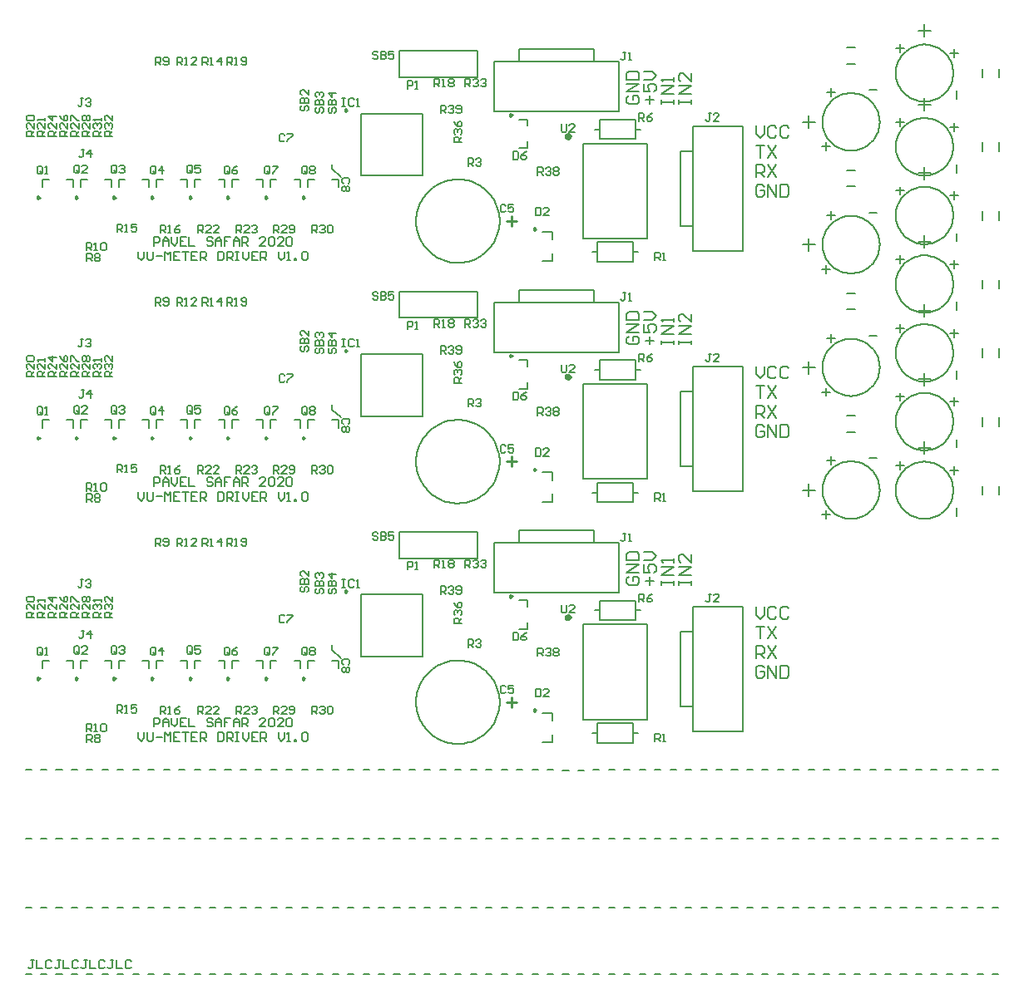
<source format=gto>
G04*
G04 #@! TF.GenerationSoftware,Altium Limited,Altium Designer,20.1.14 (287)*
G04*
G04 Layer_Color=65535*
%FSLAX25Y25*%
%MOIN*%
G70*
G04*
G04 #@! TF.SameCoordinates,DA88C76E-B398-4153-8C2D-C889442453F1*
G04*
G04*
G04 #@! TF.FilePolarity,Positive*
G04*
G01*
G75*
%ADD12C,0.01000*%
%ADD58C,0.00669*%
%ADD59C,0.00787*%
%ADD60C,0.01378*%
%ADD61C,0.00984*%
%ADD62C,0.00630*%
%ADD63C,0.00591*%
D12*
X198697Y322442D02*
X194698D01*
X196697Y320443D02*
Y324441D01*
X198697Y225985D02*
X194698D01*
X196697Y223986D02*
Y227985D01*
X198697Y129528D02*
X194698D01*
X196697Y127529D02*
Y131528D01*
D58*
X5321Y26180D02*
X4140D01*
X4730D01*
Y23229D01*
X4140Y22638D01*
X3550D01*
X2959Y23229D01*
X6502Y26180D02*
Y22638D01*
X8863D01*
X12405Y25590D02*
X11815Y26180D01*
X10634D01*
X10044Y25590D01*
Y23229D01*
X10634Y22638D01*
X11815D01*
X12405Y23229D01*
X15947Y26180D02*
X14767D01*
X15357D01*
Y23229D01*
X14767Y22638D01*
X14176D01*
X13586Y23229D01*
X17128Y26180D02*
Y22638D01*
X19489D01*
X23032Y25590D02*
X22441Y26180D01*
X21261D01*
X20670Y25590D01*
Y23229D01*
X21261Y22638D01*
X22441D01*
X23032Y23229D01*
X26574Y26180D02*
X25393D01*
X25984D01*
Y23229D01*
X25393Y22638D01*
X24803D01*
X24212Y23229D01*
X27755Y26180D02*
Y22638D01*
X30116D01*
X33658Y25590D02*
X33068Y26180D01*
X31887D01*
X31297Y25590D01*
Y23229D01*
X31887Y22638D01*
X33068D01*
X33658Y23229D01*
X37200Y26180D02*
X36020D01*
X36610D01*
Y23229D01*
X36020Y22638D01*
X35429D01*
X34839Y23229D01*
X38381Y26180D02*
Y22638D01*
X40742D01*
X44285Y25590D02*
X43694Y26180D01*
X42514D01*
X41923Y25590D01*
Y23229D01*
X42514Y22638D01*
X43694D01*
X44285Y23229D01*
X343175Y227362D02*
X339896D01*
X324803Y228018D02*
Y224738D01*
X326443Y226378D02*
X323163D01*
X322835Y206364D02*
Y203084D01*
X324475Y204724D02*
X321195D01*
X343175Y276575D02*
X339896D01*
X324803Y277230D02*
Y273951D01*
X326443Y275590D02*
X323163D01*
X322835Y255577D02*
Y252297D01*
X324475Y253937D02*
X321195D01*
X343175Y325787D02*
X339896D01*
X324803Y326443D02*
Y323163D01*
X326443Y324803D02*
X323163D01*
X322835Y304789D02*
Y301510D01*
X324475Y303150D02*
X321195D01*
X343175Y375000D02*
X339896D01*
X324803Y375656D02*
Y372376D01*
X326443Y374016D02*
X323163D01*
X322835Y354002D02*
Y350722D01*
X324475Y352362D02*
X321195D01*
X375000Y371392D02*
Y374671D01*
X375656Y389764D02*
X372376D01*
X374016Y388124D02*
Y391404D01*
X354002Y391732D02*
X350722D01*
X352362Y390092D02*
Y393372D01*
X375000Y341864D02*
Y345144D01*
X375656Y360236D02*
X372376D01*
X374016Y358596D02*
Y361876D01*
X354002Y362205D02*
X350722D01*
X352362Y360565D02*
Y363845D01*
X375000Y314305D02*
Y317585D01*
X375656Y332677D02*
X372376D01*
X374016Y331037D02*
Y334317D01*
X354002Y334646D02*
X350722D01*
X352362Y333006D02*
Y336286D01*
X375000Y286746D02*
Y290026D01*
X375656Y305118D02*
X372376D01*
X374016Y303478D02*
Y306758D01*
X354002Y307087D02*
X350722D01*
X352362Y305447D02*
Y308727D01*
X375000Y259187D02*
Y262467D01*
X375656Y277559D02*
X372376D01*
X374016Y275919D02*
Y279199D01*
X354002Y279527D02*
X350722D01*
X352362Y277888D02*
Y281167D01*
X375000Y231628D02*
Y234908D01*
X375656Y250000D02*
X372376D01*
X374016Y248360D02*
Y251640D01*
X354002Y251969D02*
X350722D01*
X352362Y250329D02*
Y253608D01*
X375000Y204069D02*
Y207349D01*
X375656Y222441D02*
X372376D01*
X374016Y220801D02*
Y224081D01*
X354002Y224410D02*
X350722D01*
X352362Y222770D02*
Y226049D01*
X243636Y372705D02*
X242816Y371885D01*
Y370245D01*
X243636Y369425D01*
X246915D01*
X247735Y370245D01*
Y371885D01*
X246915Y372705D01*
X245275D01*
Y371065D01*
X247735Y374344D02*
X242816D01*
X247735Y377624D01*
X242816D01*
Y379264D02*
X247735D01*
Y381724D01*
X246915Y382544D01*
X243636D01*
X242816Y381724D01*
Y379264D01*
X252120Y369425D02*
Y372705D01*
X250480Y371065D02*
X253760D01*
X249660Y377624D02*
Y374344D01*
X252120D01*
X251300Y375984D01*
Y376804D01*
X252120Y377624D01*
X253760D01*
X254580Y376804D01*
Y375164D01*
X253760Y374344D01*
X249660Y379264D02*
X252940D01*
X254580Y380904D01*
X252940Y382544D01*
X249660D01*
X256681Y369425D02*
Y371065D01*
Y370245D01*
X261601D01*
Y369425D01*
Y371065D01*
Y373524D02*
X256681D01*
X261601Y376804D01*
X256681D01*
X261601Y378444D02*
Y380084D01*
Y379264D01*
X256681D01*
X257501Y378444D01*
X263702Y369425D02*
Y371065D01*
Y370245D01*
X268622D01*
Y369425D01*
Y371065D01*
Y373524D02*
X263702D01*
X268622Y376804D01*
X263702D01*
X268622Y381724D02*
Y378444D01*
X265342Y381724D01*
X264522D01*
X263702Y380904D01*
Y379264D01*
X264522Y378444D01*
X297901Y336286D02*
X297081Y337105D01*
X295441D01*
X294621Y336286D01*
Y333006D01*
X295441Y332186D01*
X297081D01*
X297901Y333006D01*
Y334646D01*
X296261D01*
X299541Y332186D02*
Y337105D01*
X302821Y332186D01*
Y337105D01*
X304461D02*
Y332186D01*
X306921D01*
X307741Y333006D01*
Y336286D01*
X306921Y337105D01*
X304461D01*
X294621Y352854D02*
X297901D01*
X296261D01*
Y347934D01*
X299541Y352854D02*
X302821Y347934D01*
Y352854D02*
X299541Y347934D01*
X294621Y340060D02*
Y344980D01*
X297081D01*
X297901Y344160D01*
Y342520D01*
X297081Y341700D01*
X294621D01*
X296261D02*
X297901Y340060D01*
X299541Y344980D02*
X302821Y340060D01*
Y344980D02*
X299541Y340060D01*
X294621Y360728D02*
Y357448D01*
X296261Y355808D01*
X297901Y357448D01*
Y360728D01*
X302821Y359908D02*
X302001Y360728D01*
X300361D01*
X299541Y359908D01*
Y356628D01*
X300361Y355808D01*
X302001D01*
X302821Y356628D01*
X307741Y359908D02*
X306921Y360728D01*
X305281D01*
X304461Y359908D01*
Y356628D01*
X305281Y355808D01*
X306921D01*
X307741Y356628D01*
X53355Y312575D02*
Y316117D01*
X55127D01*
X55717Y315527D01*
Y314346D01*
X55127Y313755D01*
X53355D01*
X56898Y312575D02*
Y314936D01*
X58078Y316117D01*
X59259Y314936D01*
Y312575D01*
Y314346D01*
X56898D01*
X60440Y316117D02*
Y313755D01*
X61620Y312575D01*
X62801Y313755D01*
Y316117D01*
X66343D02*
X63982D01*
Y312575D01*
X66343D01*
X63982Y314346D02*
X65163D01*
X67524Y316117D02*
Y312575D01*
X69885D01*
X76970Y315527D02*
X76379Y316117D01*
X75199D01*
X74608Y315527D01*
Y314936D01*
X75199Y314346D01*
X76379D01*
X76970Y313755D01*
Y313165D01*
X76379Y312575D01*
X75199D01*
X74608Y313165D01*
X78150Y312575D02*
Y314936D01*
X79331Y316117D01*
X80512Y314936D01*
Y312575D01*
Y314346D01*
X78150D01*
X84054Y316117D02*
X81693D01*
Y314346D01*
X82873D01*
X81693D01*
Y312575D01*
X85235D02*
Y314936D01*
X86416Y316117D01*
X87596Y314936D01*
Y312575D01*
Y314346D01*
X85235D01*
X88777Y312575D02*
Y316117D01*
X90548D01*
X91138Y315527D01*
Y314346D01*
X90548Y313755D01*
X88777D01*
X89958D02*
X91138Y312575D01*
X98223D02*
X95861D01*
X98223Y314936D01*
Y315527D01*
X97632Y316117D01*
X96452D01*
X95861Y315527D01*
X99404D02*
X99994Y316117D01*
X101175D01*
X101765Y315527D01*
Y313165D01*
X101175Y312575D01*
X99994D01*
X99404Y313165D01*
Y315527D01*
X105307Y312575D02*
X102946D01*
X105307Y314936D01*
Y315527D01*
X104717Y316117D01*
X103536D01*
X102946Y315527D01*
X106488D02*
X107078Y316117D01*
X108259D01*
X108849Y315527D01*
Y313165D01*
X108259Y312575D01*
X107078D01*
X106488Y313165D01*
Y315527D01*
X47157Y310260D02*
Y307899D01*
X48337Y306718D01*
X49518Y307899D01*
Y310260D01*
X50699D02*
Y307308D01*
X51289Y306718D01*
X52470D01*
X53060Y307308D01*
Y310260D01*
X54241Y308489D02*
X56602D01*
X57783Y306718D02*
Y310260D01*
X58964Y309079D01*
X60145Y310260D01*
Y306718D01*
X63687Y310260D02*
X61325D01*
Y306718D01*
X63687D01*
X61325Y308489D02*
X62506D01*
X64867Y310260D02*
X67229D01*
X66048D01*
Y306718D01*
X70771Y310260D02*
X68410D01*
Y306718D01*
X70771D01*
X68410Y308489D02*
X69590D01*
X71952Y306718D02*
Y310260D01*
X73723D01*
X74313Y309670D01*
Y308489D01*
X73723Y307899D01*
X71952D01*
X73132D02*
X74313Y306718D01*
X79036Y310260D02*
Y306718D01*
X80807D01*
X81397Y307308D01*
Y309670D01*
X80807Y310260D01*
X79036D01*
X82578Y306718D02*
Y310260D01*
X84349D01*
X84940Y309670D01*
Y308489D01*
X84349Y307899D01*
X82578D01*
X83759D02*
X84940Y306718D01*
X86120Y310260D02*
X87301D01*
X86711D01*
Y306718D01*
X86120D01*
X87301D01*
X89072Y310260D02*
Y307899D01*
X90253Y306718D01*
X91434Y307899D01*
Y310260D01*
X94976D02*
X92614D01*
Y306718D01*
X94976D01*
X92614Y308489D02*
X93795D01*
X96157Y306718D02*
Y310260D01*
X97928D01*
X98518Y309670D01*
Y308489D01*
X97928Y307899D01*
X96157D01*
X97337D02*
X98518Y306718D01*
X103241Y310260D02*
Y307899D01*
X104421Y306718D01*
X105602Y307899D01*
Y310260D01*
X106783Y306718D02*
X107964D01*
X107373D01*
Y310260D01*
X106783Y309670D01*
X109735Y306718D02*
Y307308D01*
X110325D01*
Y306718D01*
X109735D01*
X112687Y309670D02*
X113277Y310260D01*
X114458D01*
X115048Y309670D01*
Y307308D01*
X114458Y306718D01*
X113277D01*
X112687Y307308D01*
Y309670D01*
X243636Y276248D02*
X242816Y275428D01*
Y273788D01*
X243636Y272968D01*
X246915D01*
X247735Y273788D01*
Y275428D01*
X246915Y276248D01*
X245275D01*
Y274608D01*
X247735Y277888D02*
X242816D01*
X247735Y281168D01*
X242816D01*
Y282807D02*
X247735D01*
Y285267D01*
X246915Y286087D01*
X243636D01*
X242816Y285267D01*
Y282807D01*
X252120Y272968D02*
Y276248D01*
X250480Y274608D02*
X253760D01*
X249660Y281168D02*
Y277888D01*
X252120D01*
X251300Y279528D01*
Y280347D01*
X252120Y281168D01*
X253760D01*
X254580Y280347D01*
Y278708D01*
X253760Y277888D01*
X249660Y282807D02*
X252940D01*
X254580Y284447D01*
X252940Y286087D01*
X249660D01*
X256681Y272968D02*
Y274608D01*
Y273788D01*
X261601D01*
Y272968D01*
Y274608D01*
Y277068D02*
X256681D01*
X261601Y280347D01*
X256681D01*
X261601Y281987D02*
Y283627D01*
Y282807D01*
X256681D01*
X257501Y281987D01*
X263702Y272968D02*
Y274608D01*
Y273788D01*
X268622D01*
Y272968D01*
Y274608D01*
Y277068D02*
X263702D01*
X268622Y280347D01*
X263702D01*
X268622Y285267D02*
Y281987D01*
X265342Y285267D01*
X264522D01*
X263702Y284447D01*
Y282807D01*
X264522Y281987D01*
X297901Y239829D02*
X297081Y240649D01*
X295441D01*
X294621Y239829D01*
Y236549D01*
X295441Y235729D01*
X297081D01*
X297901Y236549D01*
Y238189D01*
X296261D01*
X299541Y235729D02*
Y240649D01*
X302821Y235729D01*
Y240649D01*
X304461D02*
Y235729D01*
X306921D01*
X307741Y236549D01*
Y239829D01*
X306921Y240649D01*
X304461D01*
X294621Y256397D02*
X297901D01*
X296261D01*
Y251477D01*
X299541Y256397D02*
X302821Y251477D01*
Y256397D02*
X299541Y251477D01*
X294621Y243603D02*
Y248523D01*
X297081D01*
X297901Y247703D01*
Y246063D01*
X297081Y245243D01*
X294621D01*
X296261D02*
X297901Y243603D01*
X299541Y248523D02*
X302821Y243603D01*
Y248523D02*
X299541Y243603D01*
X294621Y264271D02*
Y260991D01*
X296261Y259351D01*
X297901Y260991D01*
Y264271D01*
X302821Y263451D02*
X302001Y264271D01*
X300361D01*
X299541Y263451D01*
Y260171D01*
X300361Y259351D01*
X302001D01*
X302821Y260171D01*
X307741Y263451D02*
X306921Y264271D01*
X305281D01*
X304461Y263451D01*
Y260171D01*
X305281Y259351D01*
X306921D01*
X307741Y260171D01*
X53355Y216118D02*
Y219660D01*
X55127D01*
X55717Y219070D01*
Y217889D01*
X55127Y217299D01*
X53355D01*
X56898Y216118D02*
Y218479D01*
X58078Y219660D01*
X59259Y218479D01*
Y216118D01*
Y217889D01*
X56898D01*
X60440Y219660D02*
Y217299D01*
X61620Y216118D01*
X62801Y217299D01*
Y219660D01*
X66343D02*
X63982D01*
Y216118D01*
X66343D01*
X63982Y217889D02*
X65163D01*
X67524Y219660D02*
Y216118D01*
X69885D01*
X76970Y219070D02*
X76379Y219660D01*
X75199D01*
X74608Y219070D01*
Y218479D01*
X75199Y217889D01*
X76379D01*
X76970Y217299D01*
Y216708D01*
X76379Y216118D01*
X75199D01*
X74608Y216708D01*
X78150Y216118D02*
Y218479D01*
X79331Y219660D01*
X80512Y218479D01*
Y216118D01*
Y217889D01*
X78150D01*
X84054Y219660D02*
X81693D01*
Y217889D01*
X82873D01*
X81693D01*
Y216118D01*
X85235D02*
Y218479D01*
X86416Y219660D01*
X87596Y218479D01*
Y216118D01*
Y217889D01*
X85235D01*
X88777Y216118D02*
Y219660D01*
X90548D01*
X91138Y219070D01*
Y217889D01*
X90548Y217299D01*
X88777D01*
X89958D02*
X91138Y216118D01*
X98223D02*
X95861D01*
X98223Y218479D01*
Y219070D01*
X97632Y219660D01*
X96452D01*
X95861Y219070D01*
X99404D02*
X99994Y219660D01*
X101175D01*
X101765Y219070D01*
Y216708D01*
X101175Y216118D01*
X99994D01*
X99404Y216708D01*
Y219070D01*
X105307Y216118D02*
X102946D01*
X105307Y218479D01*
Y219070D01*
X104717Y219660D01*
X103536D01*
X102946Y219070D01*
X106488D02*
X107078Y219660D01*
X108259D01*
X108849Y219070D01*
Y216708D01*
X108259Y216118D01*
X107078D01*
X106488Y216708D01*
Y219070D01*
X47157Y213803D02*
Y211442D01*
X48337Y210261D01*
X49518Y211442D01*
Y213803D01*
X50699D02*
Y210852D01*
X51289Y210261D01*
X52470D01*
X53060Y210852D01*
Y213803D01*
X54241Y212032D02*
X56602D01*
X57783Y210261D02*
Y213803D01*
X58964Y212623D01*
X60145Y213803D01*
Y210261D01*
X63687Y213803D02*
X61325D01*
Y210261D01*
X63687D01*
X61325Y212032D02*
X62506D01*
X64867Y213803D02*
X67229D01*
X66048D01*
Y210261D01*
X70771Y213803D02*
X68410D01*
Y210261D01*
X70771D01*
X68410Y212032D02*
X69590D01*
X71952Y210261D02*
Y213803D01*
X73723D01*
X74313Y213213D01*
Y212032D01*
X73723Y211442D01*
X71952D01*
X73132D02*
X74313Y210261D01*
X79036Y213803D02*
Y210261D01*
X80807D01*
X81397Y210852D01*
Y213213D01*
X80807Y213803D01*
X79036D01*
X82578Y210261D02*
Y213803D01*
X84349D01*
X84940Y213213D01*
Y212032D01*
X84349Y211442D01*
X82578D01*
X83759D02*
X84940Y210261D01*
X86120Y213803D02*
X87301D01*
X86711D01*
Y210261D01*
X86120D01*
X87301D01*
X89072Y213803D02*
Y211442D01*
X90253Y210261D01*
X91434Y211442D01*
Y213803D01*
X94976D02*
X92614D01*
Y210261D01*
X94976D01*
X92614Y212032D02*
X93795D01*
X96157Y210261D02*
Y213803D01*
X97928D01*
X98518Y213213D01*
Y212032D01*
X97928Y211442D01*
X96157D01*
X97337D02*
X98518Y210261D01*
X103241Y213803D02*
Y211442D01*
X104421Y210261D01*
X105602Y211442D01*
Y213803D01*
X106783Y210261D02*
X107964D01*
X107373D01*
Y213803D01*
X106783Y213213D01*
X109735Y210261D02*
Y210852D01*
X110325D01*
Y210261D01*
X109735D01*
X112687Y213213D02*
X113277Y213803D01*
X114458D01*
X115048Y213213D01*
Y210852D01*
X114458Y210261D01*
X113277D01*
X112687Y210852D01*
Y213213D01*
X243636Y179791D02*
X242816Y178971D01*
Y177331D01*
X243636Y176511D01*
X246915D01*
X247735Y177331D01*
Y178971D01*
X246915Y179791D01*
X245275D01*
Y178151D01*
X247735Y181431D02*
X242816D01*
X247735Y184711D01*
X242816D01*
Y186351D02*
X247735D01*
Y188811D01*
X246915Y189630D01*
X243636D01*
X242816Y188811D01*
Y186351D01*
X252120Y176511D02*
Y179791D01*
X250480Y178151D02*
X253760D01*
X249660Y184711D02*
Y181431D01*
X252120D01*
X251300Y183071D01*
Y183891D01*
X252120Y184711D01*
X253760D01*
X254580Y183891D01*
Y182251D01*
X253760Y181431D01*
X249660Y186351D02*
X252940D01*
X254580Y187991D01*
X252940Y189630D01*
X249660D01*
X256681Y176511D02*
Y178151D01*
Y177331D01*
X261601D01*
Y176511D01*
Y178151D01*
Y180611D02*
X256681D01*
X261601Y183891D01*
X256681D01*
X261601Y185531D02*
Y187171D01*
Y186351D01*
X256681D01*
X257501Y185531D01*
X263702Y176511D02*
Y178151D01*
Y177331D01*
X268622D01*
Y176511D01*
Y178151D01*
Y180611D02*
X263702D01*
X268622Y183891D01*
X263702D01*
X268622Y188811D02*
Y185531D01*
X265342Y188811D01*
X264522D01*
X263702Y187991D01*
Y186351D01*
X264522Y185531D01*
X297901Y143372D02*
X297081Y144192D01*
X295441D01*
X294621Y143372D01*
Y140092D01*
X295441Y139272D01*
X297081D01*
X297901Y140092D01*
Y141732D01*
X296261D01*
X299541Y139272D02*
Y144192D01*
X302821Y139272D01*
Y144192D01*
X304461D02*
Y139272D01*
X306921D01*
X307741Y140092D01*
Y143372D01*
X306921Y144192D01*
X304461D01*
X294621Y159940D02*
X297901D01*
X296261D01*
Y155020D01*
X299541Y159940D02*
X302821Y155020D01*
Y159940D02*
X299541Y155020D01*
X294621Y147146D02*
Y152066D01*
X297081D01*
X297901Y151246D01*
Y149606D01*
X297081Y148786D01*
X294621D01*
X296261D02*
X297901Y147146D01*
X299541Y152066D02*
X302821Y147146D01*
Y152066D02*
X299541Y147146D01*
X294621Y167814D02*
Y164534D01*
X296261Y162894D01*
X297901Y164534D01*
Y167814D01*
X302821Y166994D02*
X302001Y167814D01*
X300361D01*
X299541Y166994D01*
Y163715D01*
X300361Y162894D01*
X302001D01*
X302821Y163715D01*
X307741Y166994D02*
X306921Y167814D01*
X305281D01*
X304461Y166994D01*
Y163715D01*
X305281Y162894D01*
X306921D01*
X307741Y163715D01*
X53355Y119661D02*
Y123204D01*
X55127D01*
X55717Y122613D01*
Y121432D01*
X55127Y120842D01*
X53355D01*
X56898Y119661D02*
Y122023D01*
X58078Y123204D01*
X59259Y122023D01*
Y119661D01*
Y121432D01*
X56898D01*
X60440Y123204D02*
Y120842D01*
X61620Y119661D01*
X62801Y120842D01*
Y123204D01*
X66343D02*
X63982D01*
Y119661D01*
X66343D01*
X63982Y121432D02*
X65163D01*
X67524Y123204D02*
Y119661D01*
X69885D01*
X76970Y122613D02*
X76379Y123204D01*
X75199D01*
X74608Y122613D01*
Y122023D01*
X75199Y121432D01*
X76379D01*
X76970Y120842D01*
Y120252D01*
X76379Y119661D01*
X75199D01*
X74608Y120252D01*
X78150Y119661D02*
Y122023D01*
X79331Y123204D01*
X80512Y122023D01*
Y119661D01*
Y121432D01*
X78150D01*
X84054Y123204D02*
X81693D01*
Y121432D01*
X82873D01*
X81693D01*
Y119661D01*
X85235D02*
Y122023D01*
X86416Y123204D01*
X87596Y122023D01*
Y119661D01*
Y121432D01*
X85235D01*
X88777Y119661D02*
Y123204D01*
X90548D01*
X91138Y122613D01*
Y121432D01*
X90548Y120842D01*
X88777D01*
X89958D02*
X91138Y119661D01*
X98223D02*
X95861D01*
X98223Y122023D01*
Y122613D01*
X97632Y123204D01*
X96452D01*
X95861Y122613D01*
X99404D02*
X99994Y123204D01*
X101175D01*
X101765Y122613D01*
Y120252D01*
X101175Y119661D01*
X99994D01*
X99404Y120252D01*
Y122613D01*
X105307Y119661D02*
X102946D01*
X105307Y122023D01*
Y122613D01*
X104717Y123204D01*
X103536D01*
X102946Y122613D01*
X106488D02*
X107078Y123204D01*
X108259D01*
X108849Y122613D01*
Y120252D01*
X108259Y119661D01*
X107078D01*
X106488Y120252D01*
Y122613D01*
X47157Y117347D02*
Y114985D01*
X48337Y113804D01*
X49518Y114985D01*
Y117347D01*
X50699D02*
Y114395D01*
X51289Y113804D01*
X52470D01*
X53060Y114395D01*
Y117347D01*
X54241Y115576D02*
X56602D01*
X57783Y113804D02*
Y117347D01*
X58964Y116166D01*
X60145Y117347D01*
Y113804D01*
X63687Y117347D02*
X61325D01*
Y113804D01*
X63687D01*
X61325Y115576D02*
X62506D01*
X64867Y117347D02*
X67229D01*
X66048D01*
Y113804D01*
X70771Y117347D02*
X68410D01*
Y113804D01*
X70771D01*
X68410Y115576D02*
X69590D01*
X71952Y113804D02*
Y117347D01*
X73723D01*
X74313Y116756D01*
Y115576D01*
X73723Y114985D01*
X71952D01*
X73132D02*
X74313Y113804D01*
X79036Y117347D02*
Y113804D01*
X80807D01*
X81397Y114395D01*
Y116756D01*
X80807Y117347D01*
X79036D01*
X82578Y113804D02*
Y117347D01*
X84349D01*
X84940Y116756D01*
Y115576D01*
X84349Y114985D01*
X82578D01*
X83759D02*
X84940Y113804D01*
X86120Y117347D02*
X87301D01*
X86711D01*
Y113804D01*
X86120D01*
X87301D01*
X89072Y117347D02*
Y114985D01*
X90253Y113804D01*
X91434Y114985D01*
Y117347D01*
X94976D02*
X92614D01*
Y113804D01*
X94976D01*
X92614Y115576D02*
X93795D01*
X96157Y113804D02*
Y117347D01*
X97928D01*
X98518Y116756D01*
Y115576D01*
X97928Y114985D01*
X96157D01*
X97337D02*
X98518Y113804D01*
X103241Y117347D02*
Y114985D01*
X104421Y113804D01*
X105602Y114985D01*
Y117347D01*
X106783Y113804D02*
X107964D01*
X107373D01*
Y117347D01*
X106783Y116756D01*
X109735Y113804D02*
Y114395D01*
X110325D01*
Y113804D01*
X109735D01*
X112687Y116756D02*
X113277Y117347D01*
X114458D01*
X115048Y116756D01*
Y114395D01*
X114458Y113804D01*
X113277D01*
X112687Y114395D01*
Y116756D01*
D59*
X321250Y214567D02*
X321294Y213564D01*
X321425Y212569D01*
X321642Y211589D01*
X321944Y210632D01*
X322328Y209704D01*
X322792Y208814D01*
X323331Y207967D01*
X323942Y207171D01*
X324620Y206431D01*
X325360Y205753D01*
X326156Y205142D01*
X327003Y204603D01*
X327893Y204139D01*
X328821Y203755D01*
X329778Y203453D01*
X330758Y203236D01*
X331753Y203105D01*
X332756Y203061D01*
X333759Y203105D01*
X334754Y203236D01*
X335734Y203453D01*
X336691Y203755D01*
X337618Y204139D01*
X338509Y204603D01*
X339355Y205142D01*
X340152Y205753D01*
X340892Y206431D01*
X341570Y207171D01*
X342181Y207967D01*
X342720Y208814D01*
X343184Y209704D01*
X343568Y210632D01*
X343870Y211589D01*
X344087Y212569D01*
X344218Y213564D01*
X344262Y214567D01*
X344218Y215570D01*
X344087Y216565D01*
X343870Y217545D01*
X343568Y218502D01*
X343184Y219429D01*
X342720Y220320D01*
X342181Y221166D01*
X341570Y221963D01*
X340892Y222703D01*
X340152Y223381D01*
X339355Y223992D01*
X338509Y224531D01*
X337618Y224995D01*
X336691Y225379D01*
X335734Y225681D01*
X334754Y225898D01*
X333759Y226029D01*
X332756Y226073D01*
X331753Y226029D01*
X330758Y225898D01*
X329778Y225681D01*
X328821Y225379D01*
X327893Y224995D01*
X327003Y224531D01*
X326156Y223992D01*
X325360Y223381D01*
X324620Y222703D01*
X323942Y221963D01*
X323331Y221166D01*
X322792Y220320D01*
X322328Y219429D01*
X321944Y218502D01*
X321642Y217545D01*
X321425Y216565D01*
X321294Y215570D01*
X321250Y214567D01*
X315756Y217067D02*
Y212067D01*
X318256Y214567D02*
X313256D01*
X334547Y244390D02*
X331004D01*
X334547Y237894D02*
X331004D01*
X321250Y263779D02*
X321294Y262777D01*
X321425Y261782D01*
X321642Y260802D01*
X321944Y259844D01*
X322328Y258917D01*
X322792Y258027D01*
X323331Y257180D01*
X323942Y256384D01*
X324620Y255644D01*
X325360Y254965D01*
X326156Y254354D01*
X327003Y253815D01*
X327893Y253352D01*
X328821Y252968D01*
X329778Y252666D01*
X330758Y252448D01*
X331753Y252317D01*
X332756Y252274D01*
X333759Y252317D01*
X334754Y252448D01*
X335734Y252666D01*
X336691Y252968D01*
X337618Y253352D01*
X338509Y253815D01*
X339355Y254354D01*
X340152Y254965D01*
X340892Y255644D01*
X341570Y256384D01*
X342181Y257180D01*
X342720Y258027D01*
X343184Y258917D01*
X343568Y259844D01*
X343870Y260802D01*
X344087Y261782D01*
X344218Y262777D01*
X344262Y263779D01*
X344218Y264782D01*
X344087Y265777D01*
X343870Y266757D01*
X343568Y267715D01*
X343184Y268642D01*
X342720Y269532D01*
X342181Y270379D01*
X341570Y271175D01*
X340892Y271915D01*
X340152Y272594D01*
X339355Y273205D01*
X338509Y273744D01*
X337618Y274207D01*
X336691Y274592D01*
X335734Y274893D01*
X334754Y275111D01*
X333759Y275242D01*
X332756Y275285D01*
X331753Y275242D01*
X330758Y275111D01*
X329778Y274893D01*
X328821Y274592D01*
X327893Y274207D01*
X327003Y273744D01*
X326156Y273205D01*
X325360Y272594D01*
X324620Y271915D01*
X323942Y271175D01*
X323331Y270379D01*
X322792Y269532D01*
X322328Y268642D01*
X321944Y267715D01*
X321642Y266757D01*
X321425Y265777D01*
X321294Y264782D01*
X321250Y263779D01*
X315756Y266280D02*
Y261280D01*
X318256Y263779D02*
X313256D01*
X334547Y293602D02*
X331004D01*
X334547Y287106D02*
X331004D01*
X321250Y312992D02*
X321294Y311989D01*
X321425Y310994D01*
X321642Y310014D01*
X321944Y309057D01*
X322328Y308130D01*
X322792Y307239D01*
X323331Y306393D01*
X323942Y305596D01*
X324620Y304856D01*
X325360Y304178D01*
X326156Y303567D01*
X327003Y303028D01*
X327893Y302564D01*
X328821Y302180D01*
X329778Y301878D01*
X330758Y301661D01*
X331753Y301530D01*
X332756Y301486D01*
X333759Y301530D01*
X334754Y301661D01*
X335734Y301878D01*
X336691Y302180D01*
X337618Y302564D01*
X338509Y303028D01*
X339355Y303567D01*
X340152Y304178D01*
X340892Y304856D01*
X341570Y305596D01*
X342181Y306393D01*
X342720Y307239D01*
X343184Y308130D01*
X343568Y309057D01*
X343870Y310014D01*
X344087Y310994D01*
X344218Y311989D01*
X344262Y312992D01*
X344218Y313995D01*
X344087Y314990D01*
X343870Y315970D01*
X343568Y316927D01*
X343184Y317855D01*
X342720Y318745D01*
X342181Y319592D01*
X341570Y320388D01*
X340892Y321128D01*
X340152Y321806D01*
X339355Y322417D01*
X338509Y322956D01*
X337618Y323420D01*
X336691Y323804D01*
X335734Y324106D01*
X334754Y324323D01*
X333759Y324454D01*
X332756Y324498D01*
X331753Y324454D01*
X330758Y324323D01*
X329778Y324106D01*
X328821Y323804D01*
X327893Y323420D01*
X327003Y322956D01*
X326156Y322417D01*
X325360Y321806D01*
X324620Y321128D01*
X323942Y320388D01*
X323331Y319592D01*
X322792Y318745D01*
X322328Y317855D01*
X321944Y316927D01*
X321642Y315970D01*
X321425Y314990D01*
X321294Y313995D01*
X321250Y312992D01*
X315756Y315492D02*
Y310492D01*
X318256Y312992D02*
X313256D01*
X334547Y342815D02*
X331004D01*
X334547Y336319D02*
X331004D01*
X321250Y362205D02*
X321294Y361202D01*
X321425Y360207D01*
X321642Y359227D01*
X321944Y358270D01*
X322328Y357342D01*
X322792Y356452D01*
X323331Y355605D01*
X323942Y354809D01*
X324620Y354069D01*
X325360Y353391D01*
X326156Y352780D01*
X327003Y352240D01*
X327893Y351777D01*
X328821Y351393D01*
X329778Y351091D01*
X330758Y350874D01*
X331753Y350743D01*
X332756Y350699D01*
X333759Y350743D01*
X334754Y350874D01*
X335734Y351091D01*
X336691Y351393D01*
X337618Y351777D01*
X338509Y352240D01*
X339355Y352780D01*
X340152Y353391D01*
X340892Y354069D01*
X341570Y354809D01*
X342181Y355605D01*
X342720Y356452D01*
X343184Y357342D01*
X343568Y358270D01*
X343870Y359227D01*
X344087Y360207D01*
X344218Y361202D01*
X344262Y362205D01*
X344218Y363208D01*
X344087Y364203D01*
X343870Y365183D01*
X343568Y366140D01*
X343184Y367067D01*
X342720Y367958D01*
X342181Y368804D01*
X341570Y369601D01*
X340892Y370341D01*
X340152Y371019D01*
X339355Y371630D01*
X338509Y372169D01*
X337618Y372633D01*
X336691Y373017D01*
X335734Y373319D01*
X334754Y373536D01*
X333759Y373667D01*
X332756Y373711D01*
X331753Y373667D01*
X330758Y373536D01*
X329778Y373319D01*
X328821Y373017D01*
X327893Y372633D01*
X327003Y372169D01*
X326156Y371630D01*
X325360Y371019D01*
X324620Y370341D01*
X323942Y369601D01*
X323331Y368804D01*
X322792Y367958D01*
X322328Y367067D01*
X321944Y366140D01*
X321642Y365183D01*
X321425Y364203D01*
X321294Y363208D01*
X321250Y362205D01*
X315756Y364705D02*
Y359705D01*
X318256Y362205D02*
X313256D01*
X334547Y392028D02*
X331004D01*
X334547Y385531D02*
X331004D01*
X362205Y393317D02*
X361202Y393273D01*
X360207Y393142D01*
X359227Y392925D01*
X358270Y392623D01*
X357342Y392239D01*
X356452Y391775D01*
X355605Y391236D01*
X354809Y390625D01*
X354069Y389947D01*
X353391Y389207D01*
X352780Y388410D01*
X352240Y387564D01*
X351777Y386674D01*
X351393Y385746D01*
X351091Y384789D01*
X350874Y383809D01*
X350743Y382814D01*
X350699Y381811D01*
X350743Y380808D01*
X350874Y379813D01*
X351091Y378833D01*
X351393Y377876D01*
X351777Y376948D01*
X352240Y376058D01*
X352780Y375212D01*
X353391Y374415D01*
X354069Y373675D01*
X354809Y372997D01*
X355605Y372386D01*
X356452Y371847D01*
X357342Y371383D01*
X358270Y370999D01*
X359227Y370697D01*
X360207Y370480D01*
X361202Y370349D01*
X362205Y370305D01*
X363208Y370349D01*
X364203Y370480D01*
X365183Y370697D01*
X366140Y370999D01*
X367067Y371383D01*
X367958Y371847D01*
X368804Y372386D01*
X369601Y372997D01*
X370341Y373675D01*
X371019Y374415D01*
X371630Y375212D01*
X372169Y376058D01*
X372633Y376948D01*
X373017Y377876D01*
X373319Y378833D01*
X373536Y379813D01*
X373667Y380808D01*
X373711Y381811D01*
X373667Y382814D01*
X373536Y383809D01*
X373319Y384789D01*
X373017Y385746D01*
X372633Y386674D01*
X372169Y387564D01*
X371630Y388410D01*
X371019Y389207D01*
X370341Y389947D01*
X369601Y390625D01*
X368804Y391236D01*
X367958Y391775D01*
X367067Y392239D01*
X366140Y392623D01*
X365183Y392925D01*
X364203Y393142D01*
X363208Y393273D01*
X362205Y393317D01*
X364705Y398811D02*
X359705D01*
X362205Y396311D02*
Y401311D01*
X392028Y380020D02*
Y383563D01*
X385531Y380020D02*
Y383563D01*
X362205Y363789D02*
X361202Y363746D01*
X360207Y363615D01*
X359227Y363397D01*
X358270Y363095D01*
X357342Y362711D01*
X356452Y362248D01*
X355605Y361708D01*
X354809Y361098D01*
X354069Y360419D01*
X353391Y359679D01*
X352780Y358883D01*
X352240Y358036D01*
X351777Y357146D01*
X351393Y356219D01*
X351091Y355261D01*
X350874Y354281D01*
X350743Y353286D01*
X350699Y352283D01*
X350743Y351281D01*
X350874Y350286D01*
X351091Y349306D01*
X351393Y348348D01*
X351777Y347421D01*
X352240Y346531D01*
X352780Y345684D01*
X353391Y344888D01*
X354069Y344147D01*
X354809Y343469D01*
X355605Y342858D01*
X356452Y342319D01*
X357342Y341856D01*
X358270Y341471D01*
X359227Y341170D01*
X360207Y340952D01*
X361202Y340821D01*
X362205Y340777D01*
X363208Y340821D01*
X364203Y340952D01*
X365183Y341170D01*
X366140Y341471D01*
X367067Y341856D01*
X367958Y342319D01*
X368804Y342858D01*
X369601Y343469D01*
X370341Y344147D01*
X371019Y344888D01*
X371630Y345684D01*
X372169Y346531D01*
X372633Y347421D01*
X373017Y348348D01*
X373319Y349306D01*
X373536Y350286D01*
X373667Y351281D01*
X373711Y352283D01*
X373667Y353286D01*
X373536Y354281D01*
X373319Y355261D01*
X373017Y356219D01*
X372633Y357146D01*
X372169Y358036D01*
X371630Y358883D01*
X371019Y359679D01*
X370341Y360419D01*
X369601Y361098D01*
X368804Y361708D01*
X367958Y362248D01*
X367067Y362711D01*
X366140Y363095D01*
X365183Y363397D01*
X364203Y363615D01*
X363208Y363746D01*
X362205Y363789D01*
X364705Y369284D02*
X359705D01*
X362205Y366783D02*
Y371783D01*
X392028Y350492D02*
Y354035D01*
X385531Y350492D02*
Y354035D01*
X362205Y336230D02*
X361202Y336187D01*
X360207Y336055D01*
X359227Y335838D01*
X358270Y335536D01*
X357342Y335152D01*
X356452Y334689D01*
X355605Y334150D01*
X354809Y333538D01*
X354069Y332860D01*
X353391Y332120D01*
X352780Y331324D01*
X352240Y330477D01*
X351777Y329587D01*
X351393Y328660D01*
X351091Y327702D01*
X350874Y326722D01*
X350743Y325727D01*
X350699Y324724D01*
X350743Y323722D01*
X350874Y322726D01*
X351091Y321746D01*
X351393Y320789D01*
X351777Y319862D01*
X352240Y318971D01*
X352780Y318125D01*
X353391Y317329D01*
X354069Y316588D01*
X354809Y315910D01*
X355605Y315299D01*
X356452Y314760D01*
X357342Y314297D01*
X358270Y313912D01*
X359227Y313611D01*
X360207Y313393D01*
X361202Y313262D01*
X362205Y313218D01*
X363208Y313262D01*
X364203Y313393D01*
X365183Y313611D01*
X366140Y313912D01*
X367067Y314297D01*
X367958Y314760D01*
X368804Y315299D01*
X369601Y315910D01*
X370341Y316588D01*
X371019Y317329D01*
X371630Y318125D01*
X372169Y318971D01*
X372633Y319862D01*
X373017Y320789D01*
X373319Y321746D01*
X373536Y322726D01*
X373667Y323722D01*
X373711Y324724D01*
X373667Y325727D01*
X373536Y326722D01*
X373319Y327702D01*
X373017Y328660D01*
X372633Y329587D01*
X372169Y330477D01*
X371630Y331324D01*
X371019Y332120D01*
X370341Y332860D01*
X369601Y333538D01*
X368804Y334150D01*
X367958Y334689D01*
X367067Y335152D01*
X366140Y335536D01*
X365183Y335838D01*
X364203Y336055D01*
X363208Y336187D01*
X362205Y336230D01*
X364705Y341724D02*
X359705D01*
X362205Y339224D02*
Y344224D01*
X392028Y322933D02*
Y326476D01*
X385531Y322933D02*
Y326476D01*
X362205Y308671D02*
X361202Y308628D01*
X360207Y308496D01*
X359227Y308279D01*
X358270Y307977D01*
X357342Y307593D01*
X356452Y307130D01*
X355605Y306590D01*
X354809Y305979D01*
X354069Y305301D01*
X353391Y304561D01*
X352780Y303765D01*
X352240Y302918D01*
X351777Y302028D01*
X351393Y301101D01*
X351091Y300143D01*
X350874Y299163D01*
X350743Y298168D01*
X350699Y297165D01*
X350743Y296163D01*
X350874Y295167D01*
X351091Y294187D01*
X351393Y293230D01*
X351777Y292303D01*
X352240Y291412D01*
X352780Y290566D01*
X353391Y289770D01*
X354069Y289029D01*
X354809Y288351D01*
X355605Y287740D01*
X356452Y287201D01*
X357342Y286737D01*
X358270Y286353D01*
X359227Y286052D01*
X360207Y285834D01*
X361202Y285703D01*
X362205Y285659D01*
X363208Y285703D01*
X364203Y285834D01*
X365183Y286052D01*
X366140Y286353D01*
X367067Y286737D01*
X367958Y287201D01*
X368804Y287740D01*
X369601Y288351D01*
X370341Y289029D01*
X371019Y289770D01*
X371630Y290566D01*
X372169Y291412D01*
X372633Y292303D01*
X373017Y293230D01*
X373319Y294187D01*
X373536Y295167D01*
X373667Y296163D01*
X373711Y297165D01*
X373667Y298168D01*
X373536Y299163D01*
X373319Y300143D01*
X373017Y301101D01*
X372633Y302028D01*
X372169Y302918D01*
X371630Y303765D01*
X371019Y304561D01*
X370341Y305301D01*
X369601Y305979D01*
X368804Y306590D01*
X367958Y307130D01*
X367067Y307593D01*
X366140Y307977D01*
X365183Y308279D01*
X364203Y308496D01*
X363208Y308628D01*
X362205Y308671D01*
X364705Y314165D02*
X359705D01*
X362205Y311665D02*
Y316665D01*
X392028Y295374D02*
Y298917D01*
X385531Y295374D02*
Y298917D01*
X362205Y281112D02*
X361202Y281068D01*
X360207Y280937D01*
X359227Y280720D01*
X358270Y280418D01*
X357342Y280034D01*
X356452Y279571D01*
X355605Y279031D01*
X354809Y278420D01*
X354069Y277742D01*
X353391Y277002D01*
X352780Y276206D01*
X352240Y275359D01*
X351777Y274469D01*
X351393Y273541D01*
X351091Y272584D01*
X350874Y271604D01*
X350743Y270609D01*
X350699Y269606D01*
X350743Y268603D01*
X350874Y267608D01*
X351091Y266628D01*
X351393Y265671D01*
X351777Y264744D01*
X352240Y263853D01*
X352780Y263007D01*
X353391Y262210D01*
X354069Y261470D01*
X354809Y260792D01*
X355605Y260181D01*
X356452Y259642D01*
X357342Y259178D01*
X358270Y258794D01*
X359227Y258492D01*
X360207Y258275D01*
X361202Y258144D01*
X362205Y258100D01*
X363208Y258144D01*
X364203Y258275D01*
X365183Y258492D01*
X366140Y258794D01*
X367067Y259178D01*
X367958Y259642D01*
X368804Y260181D01*
X369601Y260792D01*
X370341Y261470D01*
X371019Y262210D01*
X371630Y263007D01*
X372169Y263853D01*
X372633Y264744D01*
X373017Y265671D01*
X373319Y266628D01*
X373536Y267608D01*
X373667Y268603D01*
X373711Y269606D01*
X373667Y270609D01*
X373536Y271604D01*
X373319Y272584D01*
X373017Y273541D01*
X372633Y274469D01*
X372169Y275359D01*
X371630Y276206D01*
X371019Y277002D01*
X370341Y277742D01*
X369601Y278420D01*
X368804Y279031D01*
X367958Y279571D01*
X367067Y280034D01*
X366140Y280418D01*
X365183Y280720D01*
X364203Y280937D01*
X363208Y281068D01*
X362205Y281112D01*
X364705Y286606D02*
X359705D01*
X362205Y284106D02*
Y289106D01*
X392028Y267815D02*
Y271358D01*
X385531Y267815D02*
Y271358D01*
X362205Y253553D02*
X361202Y253509D01*
X360207Y253378D01*
X359227Y253161D01*
X358270Y252859D01*
X357342Y252475D01*
X356452Y252012D01*
X355605Y251472D01*
X354809Y250861D01*
X354069Y250183D01*
X353391Y249443D01*
X352780Y248647D01*
X352240Y247800D01*
X351777Y246910D01*
X351393Y245983D01*
X351091Y245025D01*
X350874Y244045D01*
X350743Y243050D01*
X350699Y242047D01*
X350743Y241044D01*
X350874Y240049D01*
X351091Y239069D01*
X351393Y238112D01*
X351777Y237185D01*
X352240Y236294D01*
X352780Y235448D01*
X353391Y234651D01*
X354069Y233911D01*
X354809Y233233D01*
X355605Y232622D01*
X356452Y232083D01*
X357342Y231619D01*
X358270Y231235D01*
X359227Y230933D01*
X360207Y230716D01*
X361202Y230585D01*
X362205Y230541D01*
X363208Y230585D01*
X364203Y230716D01*
X365183Y230933D01*
X366140Y231235D01*
X367067Y231619D01*
X367958Y232083D01*
X368804Y232622D01*
X369601Y233233D01*
X370341Y233911D01*
X371019Y234651D01*
X371630Y235448D01*
X372169Y236294D01*
X372633Y237185D01*
X373017Y238112D01*
X373319Y239069D01*
X373536Y240049D01*
X373667Y241044D01*
X373711Y242047D01*
X373667Y243050D01*
X373536Y244045D01*
X373319Y245025D01*
X373017Y245983D01*
X372633Y246910D01*
X372169Y247800D01*
X371630Y248647D01*
X371019Y249443D01*
X370341Y250183D01*
X369601Y250861D01*
X368804Y251472D01*
X367958Y252012D01*
X367067Y252475D01*
X366140Y252859D01*
X365183Y253161D01*
X364203Y253378D01*
X363208Y253509D01*
X362205Y253553D01*
X364705Y259047D02*
X359705D01*
X362205Y256547D02*
Y261547D01*
X392028Y240256D02*
Y243799D01*
X385531Y240256D02*
Y243799D01*
X362205Y225994D02*
X361202Y225950D01*
X360207Y225819D01*
X359227Y225602D01*
X358270Y225300D01*
X357342Y224916D01*
X356452Y224453D01*
X355605Y223913D01*
X354809Y223302D01*
X354069Y222624D01*
X353391Y221884D01*
X352780Y221088D01*
X352240Y220241D01*
X351777Y219351D01*
X351393Y218423D01*
X351091Y217466D01*
X350874Y216486D01*
X350743Y215491D01*
X350699Y214488D01*
X350743Y213485D01*
X350874Y212490D01*
X351091Y211510D01*
X351393Y210553D01*
X351777Y209626D01*
X352240Y208735D01*
X352780Y207889D01*
X353391Y207092D01*
X354069Y206352D01*
X354809Y205674D01*
X355605Y205063D01*
X356452Y204524D01*
X357342Y204060D01*
X358270Y203676D01*
X359227Y203374D01*
X360207Y203157D01*
X361202Y203026D01*
X362205Y202982D01*
X363208Y203026D01*
X364203Y203157D01*
X365183Y203374D01*
X366140Y203676D01*
X367067Y204060D01*
X367958Y204524D01*
X368804Y205063D01*
X369601Y205674D01*
X370341Y206352D01*
X371019Y207092D01*
X371630Y207889D01*
X372169Y208735D01*
X372633Y209626D01*
X373017Y210553D01*
X373319Y211510D01*
X373536Y212490D01*
X373667Y213485D01*
X373711Y214488D01*
X373667Y215491D01*
X373536Y216486D01*
X373319Y217466D01*
X373017Y218423D01*
X372633Y219351D01*
X372169Y220241D01*
X371630Y221088D01*
X371019Y221884D01*
X370341Y222624D01*
X369601Y223302D01*
X368804Y223913D01*
X367958Y224453D01*
X367067Y224916D01*
X366140Y225300D01*
X365183Y225602D01*
X364203Y225819D01*
X363208Y225950D01*
X362205Y225994D01*
X364705Y231488D02*
X359705D01*
X362205Y228988D02*
Y233988D01*
X392028Y212697D02*
Y216240D01*
X385531Y212697D02*
Y216240D01*
X191929Y322441D02*
X191899Y323442D01*
X191809Y324439D01*
X191660Y325429D01*
X191452Y326408D01*
X191186Y327373D01*
X190862Y328320D01*
X190482Y329247D01*
X190048Y330149D01*
X189561Y331023D01*
X189022Y331867D01*
X188433Y332677D01*
X187797Y333450D01*
X187117Y334184D01*
X186393Y334875D01*
X185629Y335523D01*
X184828Y336123D01*
X183993Y336675D01*
X183126Y337175D01*
X182230Y337623D01*
X181310Y338017D01*
X180367Y338354D01*
X179406Y338635D01*
X178430Y338858D01*
X177443Y339022D01*
X176447Y339126D01*
X175447Y339171D01*
X174446Y339156D01*
X173448Y339082D01*
X172456Y338947D01*
X171474Y338754D01*
X170505Y338502D01*
X169553Y338193D01*
X168621Y337827D01*
X167712Y337406D01*
X166831Y336932D01*
X165979Y336405D01*
X165160Y335829D01*
X164378Y335205D01*
X163634Y334535D01*
X162931Y333822D01*
X162273Y333068D01*
X161660Y332276D01*
X161096Y331449D01*
X160583Y330589D01*
X160122Y329701D01*
X159714Y328786D01*
X159363Y327849D01*
X159067Y326892D01*
X158830Y325920D01*
X158651Y324935D01*
X158532Y323941D01*
X158472Y322941D01*
Y321940D01*
X158532Y320941D01*
X158651Y319947D01*
X158830Y318962D01*
X159067Y317990D01*
X159363Y317033D01*
X159714Y316096D01*
X160122Y315181D01*
X160583Y314293D01*
X161096Y313433D01*
X161660Y312606D01*
X162273Y311814D01*
X162931Y311060D01*
X163634Y310347D01*
X164378Y309677D01*
X165160Y309053D01*
X165979Y308477D01*
X166831Y307950D01*
X167712Y307476D01*
X168621Y307055D01*
X169553Y306689D01*
X170505Y306380D01*
X171474Y306128D01*
X172456Y305935D01*
X173448Y305800D01*
X174446Y305726D01*
X175447Y305711D01*
X176447Y305755D01*
X177443Y305860D01*
X178430Y306024D01*
X179406Y306247D01*
X180367Y306528D01*
X181310Y306865D01*
X182230Y307259D01*
X183126Y307707D01*
X183993Y308207D01*
X184828Y308759D01*
X185629Y309359D01*
X186393Y310006D01*
X187117Y310698D01*
X187797Y311432D01*
X188433Y312205D01*
X189022Y313015D01*
X189561Y313859D01*
X190048Y314733D01*
X190482Y315635D01*
X190862Y316562D01*
X191186Y317509D01*
X191452Y318474D01*
X191660Y319453D01*
X191809Y320443D01*
X191899Y321440D01*
X191929Y322441D01*
X225394Y315433D02*
Y335433D01*
X250984Y315433D02*
Y335433D01*
X225394Y315433D02*
X250984D01*
X225394Y335433D02*
Y353543D01*
X250984Y335433D02*
Y353543D01*
X225394D02*
X250984D01*
X264528Y320551D02*
Y350551D01*
Y320551D02*
X269528D01*
X264528Y350551D02*
X269528D01*
Y310551D02*
X289528D01*
X269528D02*
Y355551D01*
X289528Y310551D02*
Y355551D01*
X269528D02*
Y360551D01*
X289528D01*
Y355551D02*
Y360551D01*
X230098Y359252D02*
X232087D01*
X246260D02*
X248248D01*
X246260Y355315D02*
Y363189D01*
X232087D02*
X246260D01*
X232087Y355315D02*
Y363189D01*
Y355315D02*
X246260D01*
X8858Y336024D02*
Y339173D01*
X11417Y339173D01*
X21063Y336024D02*
Y339173D01*
X18504Y339173D02*
X21063Y339173D01*
X24044Y336024D02*
Y339173D01*
X26603D01*
X36249Y336024D02*
Y339173D01*
X33689D02*
X36249D01*
X39229Y336024D02*
Y339173D01*
X41789D01*
X51434Y336024D02*
Y339173D01*
X48875D02*
X51434D01*
X54415Y336024D02*
Y339173D01*
X56974D01*
X66620Y336024D02*
Y339173D01*
X64061D02*
X66620D01*
X69601Y336024D02*
Y339173D01*
X72160D01*
X81805Y336024D02*
Y339173D01*
X79246D02*
X81805D01*
X84786Y336024D02*
Y339173D01*
X87345D01*
X96991Y336024D02*
Y339173D01*
X94432D02*
X96991D01*
X99972Y336024D02*
Y339173D01*
X102531D01*
X112177Y336024D02*
Y339173D01*
X109617D02*
X112177D01*
X115157Y336024D02*
Y339173D01*
X117717D01*
X127362Y336024D02*
Y339173D01*
X124803D02*
X127362D01*
X199744Y363228D02*
X202953D01*
Y360630D02*
Y363228D01*
X199744Y351732D02*
X202953D01*
Y354331D01*
X151732Y380138D02*
Y390728D01*
Y380138D02*
X182913D01*
Y390728D01*
X151732D02*
X182913D01*
X229114Y310039D02*
X231102D01*
X245276D02*
X247264D01*
X245276Y306102D02*
Y313976D01*
X231102D02*
X245276D01*
X231102Y306102D02*
Y313976D01*
Y306102D02*
X245276D01*
X199606Y391378D02*
X229606D01*
X199606Y386378D02*
Y391378D01*
X229606Y386378D02*
Y391378D01*
X189606Y366378D02*
Y386378D01*
X234606D01*
X189606Y366378D02*
X234606D01*
Y386378D02*
X239606D01*
Y366378D02*
Y386378D01*
X234606Y366378D02*
X239606D01*
X212992Y306299D02*
Y309449D01*
X209055Y306299D02*
X212992D01*
Y314961D02*
Y318110D01*
X209055D02*
X212992D01*
X136417Y340748D02*
Y365551D01*
Y340748D02*
X161220D01*
Y365551D01*
X136417D02*
X161220D01*
X191929Y225984D02*
X191899Y226985D01*
X191809Y227982D01*
X191660Y228972D01*
X191452Y229951D01*
X191186Y230916D01*
X190862Y231864D01*
X190482Y232790D01*
X190048Y233692D01*
X189561Y234566D01*
X189022Y235410D01*
X188433Y236220D01*
X187797Y236993D01*
X187117Y237727D01*
X186393Y238419D01*
X185629Y239066D01*
X184828Y239667D01*
X183993Y240218D01*
X183126Y240719D01*
X182230Y241166D01*
X181310Y241560D01*
X180367Y241898D01*
X179406Y242178D01*
X178430Y242401D01*
X177443Y242565D01*
X176447Y242670D01*
X175447Y242715D01*
X174446Y242700D01*
X173448Y242625D01*
X172456Y242491D01*
X171474Y242297D01*
X170505Y242045D01*
X169553Y241736D01*
X168621Y241370D01*
X167712Y240949D01*
X166831Y240475D01*
X165979Y239949D01*
X165160Y239372D01*
X164378Y238748D01*
X163634Y238078D01*
X162931Y237365D01*
X162273Y236611D01*
X161660Y235819D01*
X161096Y234992D01*
X160583Y234133D01*
X160122Y233244D01*
X159714Y232330D01*
X159363Y231392D01*
X159067Y230436D01*
X158830Y229463D01*
X158651Y228478D01*
X158532Y227484D01*
X158472Y226485D01*
Y225484D01*
X158532Y224484D01*
X158651Y223491D01*
X158830Y222505D01*
X159067Y221533D01*
X159363Y220576D01*
X159714Y219639D01*
X160122Y218724D01*
X160583Y217836D01*
X161096Y216976D01*
X161660Y216149D01*
X162273Y215357D01*
X162931Y214603D01*
X163634Y213890D01*
X164378Y213220D01*
X165160Y212596D01*
X165979Y212020D01*
X166831Y211494D01*
X167712Y211019D01*
X168621Y210598D01*
X169553Y210233D01*
X170505Y209923D01*
X171474Y209671D01*
X172456Y209478D01*
X173448Y209344D01*
X174446Y209269D01*
X175447Y209254D01*
X176447Y209299D01*
X177443Y209403D01*
X178430Y209567D01*
X179406Y209790D01*
X180367Y210071D01*
X181310Y210409D01*
X182230Y210802D01*
X183126Y211250D01*
X183993Y211751D01*
X184828Y212302D01*
X185629Y212902D01*
X186393Y213550D01*
X187117Y214242D01*
X187797Y214975D01*
X188433Y215749D01*
X189022Y216559D01*
X189561Y217402D01*
X190048Y218277D01*
X190482Y219179D01*
X190862Y220105D01*
X191186Y221052D01*
X191452Y222017D01*
X191660Y222996D01*
X191809Y223987D01*
X191899Y224984D01*
X191929Y225984D01*
X225394Y218976D02*
Y238976D01*
X250984Y218976D02*
Y238976D01*
X225394Y218976D02*
X250984D01*
X225394Y238976D02*
Y257087D01*
X250984Y238976D02*
Y257087D01*
X225394D02*
X250984D01*
X264528Y224095D02*
Y254095D01*
Y224095D02*
X269528D01*
X264528Y254095D02*
X269528D01*
Y214094D02*
X289528D01*
X269528D02*
Y259095D01*
X289528Y214094D02*
Y259095D01*
X269528D02*
Y264094D01*
X289528D01*
Y259095D02*
Y264094D01*
X230098Y262795D02*
X232087D01*
X246260D02*
X248248D01*
X246260Y258858D02*
Y266732D01*
X232087D02*
X246260D01*
X232087Y258858D02*
Y266732D01*
Y258858D02*
X246260D01*
X8858Y239567D02*
Y242717D01*
X11417Y242717D01*
X21063Y239567D02*
Y242717D01*
X18504Y242717D02*
X21063Y242717D01*
X24044Y239567D02*
Y242717D01*
X26603D01*
X36249Y239567D02*
Y242717D01*
X33689D02*
X36249D01*
X39229Y239567D02*
Y242717D01*
X41789D01*
X51434Y239567D02*
Y242717D01*
X48875D02*
X51434D01*
X54415Y239567D02*
Y242717D01*
X56974D01*
X66620Y239567D02*
Y242717D01*
X64061D02*
X66620D01*
X69601Y239567D02*
Y242717D01*
X72160D01*
X81805Y239567D02*
Y242717D01*
X79246D02*
X81805D01*
X84786Y239567D02*
Y242717D01*
X87345D01*
X96991Y239567D02*
Y242717D01*
X94432D02*
X96991D01*
X99972Y239567D02*
Y242717D01*
X102531D01*
X112177Y239567D02*
Y242717D01*
X109617D02*
X112177D01*
X115157Y239567D02*
Y242717D01*
X117717D01*
X127362Y239567D02*
Y242717D01*
X124803D02*
X127362D01*
X199744Y266772D02*
X202953D01*
Y264173D02*
Y266772D01*
X199744Y255276D02*
X202953D01*
Y257874D01*
X151732Y283681D02*
Y294272D01*
Y283681D02*
X182913D01*
Y294272D01*
X151732D02*
X182913D01*
X229114Y213583D02*
X231102D01*
X245276D02*
X247264D01*
X245276Y209646D02*
Y217520D01*
X231102D02*
X245276D01*
X231102Y209646D02*
Y217520D01*
Y209646D02*
X245276D01*
X199606Y294921D02*
X229606D01*
X199606Y289921D02*
Y294921D01*
X229606Y289921D02*
Y294921D01*
X189606Y269921D02*
Y289921D01*
X234606D01*
X189606Y269921D02*
X234606D01*
Y289921D02*
X239606D01*
Y269921D02*
Y289921D01*
X234606Y269921D02*
X239606D01*
X212992Y209842D02*
Y212992D01*
X209055Y209842D02*
X212992D01*
Y218504D02*
Y221654D01*
X209055D02*
X212992D01*
X136417Y244291D02*
Y269094D01*
Y244291D02*
X161220D01*
Y269094D01*
X136417D02*
X161220D01*
X143381Y102362D02*
X145743D01*
X192594D02*
X194956D01*
X186442D02*
X188804D01*
X180290D02*
X182653D01*
X94168D02*
X96530D01*
X51107D02*
X53470D01*
X57259D02*
X59621D01*
X44956D02*
X47318D01*
X38804D02*
X41166D01*
X32653D02*
X35015D01*
X26501D02*
X28863D01*
X20349D02*
X22712D01*
X14198D02*
X16560D01*
X8046D02*
X10408D01*
X1895D02*
X4257D01*
X63411D02*
X65773D01*
X69562D02*
X71924D01*
X75714D02*
X78076D01*
X81865D02*
X84227D01*
X88017D02*
X90379D01*
X137229D02*
X139592D01*
X131078D02*
X133440D01*
X124926D02*
X127288D01*
X118775D02*
X121137D01*
X112623D02*
X114985D01*
X106472D02*
X108834D01*
X100320D02*
X102682D01*
X149532D02*
X151895D01*
X155684D02*
X158046D01*
X161836D02*
X164198D01*
X167987D02*
X170349D01*
X174139D02*
X176501D01*
X241806D02*
X244168D01*
X235654D02*
X238017D01*
X229503D02*
X231865D01*
X223351Y102288D02*
X225714D01*
X217200D02*
X219562D01*
X211048Y102362D02*
X213410D01*
X204897D02*
X207259D01*
X198745D02*
X201107D01*
X247958D02*
X250320D01*
X254109D02*
X256471D01*
X260261D02*
X262623D01*
X266412D02*
X268775D01*
X272564D02*
X274926D01*
X278716D02*
X281078D01*
X284867D02*
X287229D01*
X291019D02*
X293381D01*
X340231D02*
X342594D01*
X334080D02*
X336442D01*
X327928D02*
X330290D01*
X321777D02*
X324139D01*
X315625D02*
X317987D01*
X309473D02*
X311836D01*
X303322D02*
X305684D01*
X297170D02*
X299533D01*
X346383D02*
X348745D01*
X352535D02*
X354897D01*
X358686D02*
X361048D01*
X364838D02*
X367200D01*
X370989D02*
X373351D01*
X377141D02*
X379503D01*
X383292D02*
X385655D01*
X389444D02*
X391806D01*
X143381Y74803D02*
X145743D01*
X192594D02*
X194956D01*
X186442D02*
X188804D01*
X180290D02*
X182653D01*
X94168D02*
X96530D01*
X51107D02*
X53470D01*
X57259D02*
X59621D01*
X44956D02*
X47318D01*
X38804D02*
X41166D01*
X32653D02*
X35015D01*
X26501D02*
X28863D01*
X20349D02*
X22712D01*
X14198D02*
X16560D01*
X8046D02*
X10408D01*
X1895D02*
X4257D01*
X63411D02*
X65773D01*
X69562D02*
X71924D01*
X75714D02*
X78076D01*
X81865D02*
X84227D01*
X88017D02*
X90379D01*
X137229D02*
X139592D01*
X131078D02*
X133440D01*
X124926D02*
X127288D01*
X118775D02*
X121137D01*
X112623D02*
X114985D01*
X106472D02*
X108834D01*
X100320D02*
X102682D01*
X149532D02*
X151895D01*
X155684D02*
X158046D01*
X161836D02*
X164198D01*
X167987D02*
X170349D01*
X174139D02*
X176501D01*
X241806D02*
X244168D01*
X235654D02*
X238017D01*
X229503D02*
X231865D01*
X223351Y74729D02*
X225714D01*
X217200D02*
X219562D01*
X211048Y74803D02*
X213410D01*
X204897D02*
X207259D01*
X198745D02*
X201107D01*
X247958D02*
X250320D01*
X254109D02*
X256471D01*
X260261D02*
X262623D01*
X266412D02*
X268775D01*
X272564D02*
X274926D01*
X278716D02*
X281078D01*
X284867D02*
X287229D01*
X291019D02*
X293381D01*
X340231D02*
X342594D01*
X334080D02*
X336442D01*
X327928D02*
X330290D01*
X321777D02*
X324139D01*
X315625D02*
X317987D01*
X309473D02*
X311836D01*
X303322D02*
X305684D01*
X297170D02*
X299533D01*
X346383D02*
X348745D01*
X352535D02*
X354897D01*
X358686D02*
X361048D01*
X364838D02*
X367200D01*
X370989D02*
X373351D01*
X377141D02*
X379503D01*
X383292D02*
X385655D01*
X389444D02*
X391806D01*
X143381Y47244D02*
X145743D01*
X192594D02*
X194956D01*
X186442D02*
X188804D01*
X180290D02*
X182653D01*
X94168D02*
X96530D01*
X51107D02*
X53470D01*
X57259D02*
X59621D01*
X44956D02*
X47318D01*
X38804D02*
X41166D01*
X32653D02*
X35015D01*
X26501D02*
X28863D01*
X20349D02*
X22712D01*
X14198D02*
X16560D01*
X8046D02*
X10408D01*
X1895D02*
X4257D01*
X63411D02*
X65773D01*
X69562D02*
X71924D01*
X75714D02*
X78076D01*
X81865D02*
X84227D01*
X88017D02*
X90379D01*
X137229D02*
X139592D01*
X131078D02*
X133440D01*
X124926D02*
X127288D01*
X118775D02*
X121137D01*
X112623D02*
X114985D01*
X106472D02*
X108834D01*
X100320D02*
X102682D01*
X149532D02*
X151895D01*
X155684D02*
X158046D01*
X161836D02*
X164198D01*
X167987D02*
X170349D01*
X174139D02*
X176501D01*
X241806D02*
X244168D01*
X235654D02*
X238017D01*
X229503D02*
X231865D01*
X223351Y47170D02*
X225714D01*
X217200D02*
X219562D01*
X211048Y47244D02*
X213410D01*
X204897D02*
X207259D01*
X198745D02*
X201107D01*
X247958D02*
X250320D01*
X254109D02*
X256471D01*
X260261D02*
X262623D01*
X266412D02*
X268775D01*
X272564D02*
X274926D01*
X278716D02*
X281078D01*
X284867D02*
X287229D01*
X291019D02*
X293381D01*
X340231D02*
X342594D01*
X334080D02*
X336442D01*
X327928D02*
X330290D01*
X321777D02*
X324139D01*
X315625D02*
X317987D01*
X309473D02*
X311836D01*
X303322D02*
X305684D01*
X297170D02*
X299533D01*
X346383D02*
X348745D01*
X352535D02*
X354897D01*
X358686D02*
X361048D01*
X364838D02*
X367200D01*
X370989D02*
X373351D01*
X377141D02*
X379503D01*
X383292D02*
X385655D01*
X389444D02*
X391806D01*
X143381Y20472D02*
X145743D01*
X192594D02*
X194956D01*
X186442D02*
X188804D01*
X180290D02*
X182653D01*
X94168D02*
X96530D01*
X51107D02*
X53470D01*
X57259D02*
X59621D01*
X44956D02*
X47318D01*
X38804D02*
X41166D01*
X32653D02*
X35015D01*
X26501D02*
X28863D01*
X20349D02*
X22712D01*
X14198D02*
X16560D01*
X8046D02*
X10408D01*
X1895D02*
X4257D01*
X63411D02*
X65773D01*
X69562D02*
X71924D01*
X75714D02*
X78076D01*
X81865D02*
X84227D01*
X88017D02*
X90379D01*
X137229D02*
X139592D01*
X131078D02*
X133440D01*
X124926D02*
X127288D01*
X118775D02*
X121137D01*
X112623D02*
X114985D01*
X106472D02*
X108834D01*
X100320D02*
X102682D01*
X149532D02*
X151895D01*
X155684D02*
X158046D01*
X161836D02*
X164198D01*
X167987D02*
X170349D01*
X174139D02*
X176501D01*
X241806D02*
X244168D01*
X235654D02*
X238017D01*
X229503D02*
X231865D01*
X223351Y20399D02*
X225714D01*
X217200D02*
X219562D01*
X211048Y20472D02*
X213410D01*
X204897D02*
X207259D01*
X198745D02*
X201107D01*
X247958D02*
X250320D01*
X254109D02*
X256471D01*
X260261D02*
X262623D01*
X266412D02*
X268775D01*
X272564D02*
X274926D01*
X278716D02*
X281078D01*
X284867D02*
X287229D01*
X291019D02*
X293381D01*
X340231D02*
X342594D01*
X334080D02*
X336442D01*
X327928D02*
X330290D01*
X321777D02*
X324139D01*
X315625D02*
X317987D01*
X309473D02*
X311836D01*
X303322D02*
X305684D01*
X297170D02*
X299533D01*
X346383D02*
X348745D01*
X352535D02*
X354897D01*
X358686D02*
X361048D01*
X364838D02*
X367200D01*
X370989D02*
X373351D01*
X377141D02*
X379503D01*
X383292D02*
X385655D01*
X389444D02*
X391806D01*
X191929Y129528D02*
X191899Y130528D01*
X191809Y131525D01*
X191660Y132515D01*
X191452Y133494D01*
X191186Y134459D01*
X190862Y135407D01*
X190482Y136333D01*
X190048Y137235D01*
X189561Y138110D01*
X189022Y138953D01*
X188433Y139763D01*
X187797Y140536D01*
X187117Y141270D01*
X186393Y141962D01*
X185629Y142609D01*
X184828Y143210D01*
X183993Y143761D01*
X183126Y144262D01*
X182230Y144710D01*
X181310Y145103D01*
X180367Y145441D01*
X179406Y145722D01*
X178430Y145944D01*
X177443Y146108D01*
X176447Y146213D01*
X175447Y146258D01*
X174446Y146243D01*
X173448Y146168D01*
X172456Y146034D01*
X171474Y145840D01*
X170505Y145589D01*
X169553Y145279D01*
X168621Y144913D01*
X167712Y144493D01*
X166831Y144018D01*
X165979Y143492D01*
X165160Y142916D01*
X164378Y142291D01*
X163634Y141622D01*
X162931Y140908D01*
X162273Y140155D01*
X161660Y139363D01*
X161096Y138535D01*
X160583Y137676D01*
X160122Y136787D01*
X159714Y135873D01*
X159363Y134936D01*
X159067Y133979D01*
X158830Y133006D01*
X158651Y132021D01*
X158532Y131027D01*
X158472Y130028D01*
Y129027D01*
X158532Y128028D01*
X158651Y127034D01*
X158830Y126049D01*
X159067Y125076D01*
X159363Y124119D01*
X159714Y123182D01*
X160122Y122268D01*
X160583Y121379D01*
X161096Y120520D01*
X161660Y119693D01*
X162273Y118901D01*
X162931Y118147D01*
X163634Y117434D01*
X164378Y116764D01*
X165160Y116139D01*
X165979Y115563D01*
X166831Y115037D01*
X167712Y114563D01*
X168621Y114142D01*
X169553Y113776D01*
X170505Y113467D01*
X171474Y113215D01*
X172456Y113021D01*
X173448Y112887D01*
X174446Y112812D01*
X175447Y112797D01*
X176447Y112842D01*
X177443Y112947D01*
X178430Y113111D01*
X179406Y113333D01*
X180367Y113614D01*
X181310Y113952D01*
X182230Y114345D01*
X183126Y114793D01*
X183993Y115294D01*
X184828Y115845D01*
X185629Y116446D01*
X186393Y117093D01*
X187117Y117785D01*
X187797Y118519D01*
X188433Y119292D01*
X189022Y120102D01*
X189561Y120946D01*
X190048Y121820D01*
X190482Y122722D01*
X190862Y123648D01*
X191186Y124596D01*
X191452Y125561D01*
X191660Y126540D01*
X191809Y127530D01*
X191899Y128527D01*
X191929Y129527D01*
X225394Y122520D02*
Y142520D01*
X250984Y122520D02*
Y142520D01*
X225394Y122520D02*
X250984D01*
X225394Y142520D02*
Y160630D01*
X250984Y142520D02*
Y160630D01*
X225394D02*
X250984D01*
X264528Y127638D02*
Y157638D01*
Y127638D02*
X269528D01*
X264528Y157638D02*
X269528D01*
Y117638D02*
X289528D01*
X269528D02*
Y162638D01*
X289528Y117638D02*
Y162638D01*
X269528D02*
Y167638D01*
X289528D01*
Y162638D02*
Y167638D01*
X230098Y166339D02*
X232087D01*
X246260D02*
X248248D01*
X246260Y162402D02*
Y170276D01*
X232087D02*
X246260D01*
X232087Y162402D02*
Y170276D01*
Y162402D02*
X246260D01*
X8858Y143110D02*
Y146260D01*
X11417Y146260D01*
X21063Y143110D02*
Y146260D01*
X18504Y146260D02*
X21063Y146260D01*
X24044Y143110D02*
Y146260D01*
X26603D01*
X36249Y143110D02*
Y146260D01*
X33689D02*
X36249D01*
X39229Y143110D02*
Y146260D01*
X41789D01*
X51434Y143110D02*
Y146260D01*
X48875D02*
X51434D01*
X54415Y143110D02*
Y146260D01*
X56974D01*
X66620Y143110D02*
Y146260D01*
X64061D02*
X66620D01*
X69601Y143110D02*
Y146260D01*
X72160D01*
X81805Y143110D02*
Y146260D01*
X79246D02*
X81805D01*
X84786Y143110D02*
Y146260D01*
X87345D01*
X96991Y143110D02*
Y146260D01*
X94432D02*
X96991D01*
X99972Y143110D02*
Y146260D01*
X102531D01*
X112177Y143110D02*
Y146260D01*
X109617D02*
X112177D01*
X115157Y143110D02*
Y146260D01*
X117717D01*
X127362Y143110D02*
Y146260D01*
X124803D02*
X127362D01*
X199744Y170315D02*
X202953D01*
Y167717D02*
Y170315D01*
X199744Y158819D02*
X202953D01*
Y161417D01*
X151732Y187224D02*
Y197815D01*
Y187224D02*
X182913D01*
Y197815D01*
X151732D02*
X182913D01*
X229114Y117126D02*
X231102D01*
X245276D02*
X247264D01*
X245276Y113189D02*
Y121063D01*
X231102D02*
X245276D01*
X231102Y113189D02*
Y121063D01*
Y113189D02*
X245276D01*
X199606Y198465D02*
X229606D01*
X199606Y193465D02*
Y198465D01*
X229606Y193465D02*
Y198465D01*
X189606Y173465D02*
Y193465D01*
X234606D01*
X189606Y173465D02*
X234606D01*
Y193465D02*
X239606D01*
Y173465D02*
Y193465D01*
X234606Y173465D02*
X239606D01*
X212992Y113386D02*
Y116535D01*
X209055Y113386D02*
X212992D01*
Y122047D02*
Y125197D01*
X209055D02*
X212992D01*
X136417Y147835D02*
Y172638D01*
Y147835D02*
X161220D01*
Y172638D01*
X136417D02*
X161220D01*
D60*
X220276Y356299D02*
X219731Y357048D01*
X218851Y356762D01*
Y355836D01*
X219731Y355550D01*
X220276Y356299D01*
Y259842D02*
X219731Y260591D01*
X218851Y260305D01*
Y259380D01*
X219731Y259094D01*
X220276Y259842D01*
Y163386D02*
X219731Y164135D01*
X218851Y163849D01*
Y162923D01*
X219731Y162637D01*
X220276Y163386D01*
D61*
X7579Y331890D02*
X6841Y332316D01*
Y331464D01*
X7579Y331890D01*
X22764D02*
X22026Y332316D01*
Y331464D01*
X22764Y331890D01*
X37950D02*
X37212Y332316D01*
Y331464D01*
X37950Y331890D01*
X53136D02*
X52397Y332316D01*
Y331464D01*
X53136Y331890D01*
X68321D02*
X67583Y332316D01*
Y331464D01*
X68321Y331890D01*
X83507D02*
X82768Y332316D01*
Y331464D01*
X83507Y331890D01*
X98692D02*
X97954Y332316D01*
Y331464D01*
X98692Y331890D01*
X113878D02*
X113140Y332316D01*
Y331464D01*
X113878Y331890D01*
X196949Y364961D02*
X196211Y365387D01*
Y364534D01*
X196949Y364961D01*
X206398Y319291D02*
X205659Y319718D01*
Y318865D01*
X206398Y319291D01*
X130709Y366929D02*
X129970Y367355D01*
Y366503D01*
X130709Y366929D01*
X7579Y235433D02*
X6841Y235859D01*
Y235007D01*
X7579Y235433D01*
X22764D02*
X22026Y235859D01*
Y235007D01*
X22764Y235433D01*
X37950D02*
X37212Y235859D01*
Y235007D01*
X37950Y235433D01*
X53136D02*
X52397Y235859D01*
Y235007D01*
X53136Y235433D01*
X68321D02*
X67583Y235859D01*
Y235007D01*
X68321Y235433D01*
X83507D02*
X82768Y235859D01*
Y235007D01*
X83507Y235433D01*
X98692D02*
X97954Y235859D01*
Y235007D01*
X98692Y235433D01*
X113878D02*
X113140Y235859D01*
Y235007D01*
X113878Y235433D01*
X196949Y268504D02*
X196211Y268930D01*
Y268078D01*
X196949Y268504D01*
X206398Y222835D02*
X205659Y223261D01*
Y222409D01*
X206398Y222835D01*
X130709Y270473D02*
X129970Y270899D01*
Y270046D01*
X130709Y270473D01*
X7579Y138976D02*
X6841Y139403D01*
Y138550D01*
X7579Y138976D01*
X22764D02*
X22026Y139403D01*
Y138550D01*
X22764Y138976D01*
X37950D02*
X37212Y139403D01*
Y138550D01*
X37950Y138976D01*
X53136D02*
X52397Y139403D01*
Y138550D01*
X53136Y138976D01*
X68321D02*
X67583Y139403D01*
Y138550D01*
X68321Y138976D01*
X83507D02*
X82768Y139403D01*
Y138550D01*
X83507Y138976D01*
X98692D02*
X97954Y139403D01*
Y138550D01*
X98692Y138976D01*
X113878D02*
X113140Y139403D01*
Y138550D01*
X113878Y138976D01*
X196949Y172047D02*
X196211Y172474D01*
Y171621D01*
X196949Y172047D01*
X206398Y126378D02*
X205659Y126804D01*
Y125952D01*
X206398Y126378D01*
X130709Y174016D02*
X129970Y174442D01*
Y173590D01*
X130709Y174016D01*
D62*
X124803Y343307D02*
Y345276D01*
Y343307D02*
X128346Y340158D01*
X124803Y246850D02*
Y248819D01*
Y246850D02*
X128346Y243701D01*
X124803Y150394D02*
Y152362D01*
Y150394D02*
X128346Y147244D01*
D63*
X143176Y390026D02*
X142652Y390551D01*
X141602D01*
X141077Y390026D01*
Y389501D01*
X141602Y388976D01*
X142652D01*
X143176Y388452D01*
Y387927D01*
X142652Y387402D01*
X141602D01*
X141077Y387927D01*
X144226Y390551D02*
Y387402D01*
X145800D01*
X146325Y387927D01*
Y388452D01*
X145800Y388976D01*
X144226D01*
X145800D01*
X146325Y389501D01*
Y390026D01*
X145800Y390551D01*
X144226D01*
X149474D02*
X147375D01*
Y388976D01*
X148424Y389501D01*
X148949D01*
X149474Y388976D01*
Y387927D01*
X148949Y387402D01*
X147899D01*
X147375Y387927D01*
X216668Y361417D02*
Y358793D01*
X217192Y358268D01*
X218242D01*
X218766Y358793D01*
Y361417D01*
X221915Y358268D02*
X219816D01*
X221915Y360367D01*
Y360892D01*
X221390Y361417D01*
X220341D01*
X219816Y360892D01*
X123754Y367980D02*
X123229Y367455D01*
Y366405D01*
X123754Y365881D01*
X124278D01*
X124803Y366405D01*
Y367455D01*
X125328Y367980D01*
X125853D01*
X126377Y367455D01*
Y366405D01*
X125853Y365881D01*
X123229Y369029D02*
X126377D01*
Y370603D01*
X125853Y371128D01*
X125328D01*
X124803Y370603D01*
Y369029D01*
Y370603D01*
X124278Y371128D01*
X123754D01*
X123229Y370603D01*
Y369029D01*
X126377Y373752D02*
X123229D01*
X124803Y372178D01*
Y374277D01*
X118635Y367980D02*
X118111Y367455D01*
Y366405D01*
X118635Y365881D01*
X119160D01*
X119685Y366405D01*
Y367455D01*
X120210Y367980D01*
X120735D01*
X121259Y367455D01*
Y366405D01*
X120735Y365881D01*
X118111Y369029D02*
X121259D01*
Y370603D01*
X120735Y371128D01*
X120210D01*
X119685Y370603D01*
Y369029D01*
Y370603D01*
X119160Y371128D01*
X118635D01*
X118111Y370603D01*
Y369029D01*
X118635Y372178D02*
X118111Y372703D01*
Y373752D01*
X118635Y374277D01*
X119160D01*
X119685Y373752D01*
Y373227D01*
Y373752D01*
X120210Y374277D01*
X120735D01*
X121259Y373752D01*
Y372703D01*
X120735Y372178D01*
X112730Y368767D02*
X112205Y368242D01*
Y367193D01*
X112730Y366668D01*
X113255D01*
X113779Y367193D01*
Y368242D01*
X114304Y368767D01*
X114829D01*
X115354Y368242D01*
Y367193D01*
X114829Y366668D01*
X112205Y369817D02*
X115354D01*
Y371391D01*
X114829Y371916D01*
X114304D01*
X113779Y371391D01*
Y369817D01*
Y371391D01*
X113255Y371916D01*
X112730D01*
X112205Y371391D01*
Y369817D01*
X115354Y375064D02*
Y372965D01*
X113255Y375064D01*
X112730D01*
X112205Y374539D01*
Y373490D01*
X112730Y372965D01*
X168243Y365749D02*
Y368897D01*
X169817D01*
X170342Y368372D01*
Y367323D01*
X169817Y366798D01*
X168243D01*
X169292D02*
X170342Y365749D01*
X171391Y368372D02*
X171916Y368897D01*
X172966D01*
X173490Y368372D01*
Y367848D01*
X172966Y367323D01*
X172441D01*
X172966D01*
X173490Y366798D01*
Y366273D01*
X172966Y365749D01*
X171916D01*
X171391Y366273D01*
X174540D02*
X175065Y365749D01*
X176114D01*
X176639Y366273D01*
Y368372D01*
X176114Y368897D01*
X175065D01*
X174540Y368372D01*
Y367848D01*
X175065Y367323D01*
X176639D01*
X207219Y340945D02*
Y344094D01*
X208793D01*
X209318Y343569D01*
Y342520D01*
X208793Y341995D01*
X207219D01*
X208269D02*
X209318Y340945D01*
X210368Y343569D02*
X210893Y344094D01*
X211942D01*
X212467Y343569D01*
Y343044D01*
X211942Y342520D01*
X211417D01*
X211942D01*
X212467Y341995D01*
Y341470D01*
X211942Y340945D01*
X210893D01*
X210368Y341470D01*
X213516Y343569D02*
X214041Y344094D01*
X215091D01*
X215615Y343569D01*
Y343044D01*
X215091Y342520D01*
X215615Y341995D01*
Y341470D01*
X215091Y340945D01*
X214041D01*
X213516Y341470D01*
Y341995D01*
X214041Y342520D01*
X213516Y343044D01*
Y343569D01*
X214041Y342520D02*
X215091D01*
X176771Y354070D02*
X173623D01*
Y355644D01*
X174147Y356169D01*
X175197D01*
X175722Y355644D01*
Y354070D01*
Y355119D02*
X176771Y356169D01*
X174147Y357218D02*
X173623Y357743D01*
Y358792D01*
X174147Y359317D01*
X174672D01*
X175197Y358792D01*
Y358268D01*
Y358792D01*
X175722Y359317D01*
X176246D01*
X176771Y358792D01*
Y357743D01*
X176246Y357218D01*
X173623Y362466D02*
X174147Y361416D01*
X175197Y360367D01*
X176246D01*
X176771Y360892D01*
Y361941D01*
X176246Y362466D01*
X175722D01*
X175197Y361941D01*
Y360367D01*
X178085Y376378D02*
Y379527D01*
X179660D01*
X180184Y379002D01*
Y377953D01*
X179660Y377428D01*
X178085D01*
X179135D02*
X180184Y376378D01*
X181234Y379002D02*
X181759Y379527D01*
X182808D01*
X183333Y379002D01*
Y378478D01*
X182808Y377953D01*
X182283D01*
X182808D01*
X183333Y377428D01*
Y376903D01*
X182808Y376378D01*
X181759D01*
X181234Y376903D01*
X184382Y379002D02*
X184907Y379527D01*
X185957D01*
X186481Y379002D01*
Y378478D01*
X185957Y377953D01*
X185432D01*
X185957D01*
X186481Y377428D01*
Y376903D01*
X185957Y376378D01*
X184907D01*
X184382Y376903D01*
X36811Y356432D02*
X33662D01*
Y358006D01*
X34187Y358531D01*
X35237D01*
X35761Y358006D01*
Y356432D01*
Y357481D02*
X36811Y358531D01*
X34187Y359580D02*
X33662Y360105D01*
Y361155D01*
X34187Y361680D01*
X34712D01*
X35237Y361155D01*
Y360630D01*
Y361155D01*
X35761Y361680D01*
X36286D01*
X36811Y361155D01*
Y360105D01*
X36286Y359580D01*
X36811Y364828D02*
Y362729D01*
X34712Y364828D01*
X34187D01*
X33662Y364303D01*
Y363254D01*
X34187Y362729D01*
X32311Y356432D02*
X29163D01*
Y358006D01*
X29688Y358531D01*
X30737D01*
X31262Y358006D01*
Y356432D01*
Y357481D02*
X32311Y358531D01*
X29688Y359580D02*
X29163Y360105D01*
Y361155D01*
X29688Y361680D01*
X30212D01*
X30737Y361155D01*
Y360630D01*
Y361155D01*
X31262Y361680D01*
X31787D01*
X32311Y361155D01*
Y360105D01*
X31787Y359580D01*
X32311Y362729D02*
Y363778D01*
Y363254D01*
X29163D01*
X29688Y362729D01*
X116668Y317717D02*
Y320866D01*
X118242D01*
X118767Y320341D01*
Y319291D01*
X118242Y318767D01*
X116668D01*
X117718D02*
X118767Y317717D01*
X119817Y320341D02*
X120341Y320866D01*
X121391D01*
X121916Y320341D01*
Y319816D01*
X121391Y319291D01*
X120866D01*
X121391D01*
X121916Y318767D01*
Y318242D01*
X121391Y317717D01*
X120341D01*
X119817Y318242D01*
X122965Y320341D02*
X123490Y320866D01*
X124539D01*
X125064Y320341D01*
Y318242D01*
X124539Y317717D01*
X123490D01*
X122965Y318242D01*
Y320341D01*
X101314Y317717D02*
Y320866D01*
X102888D01*
X103413Y320341D01*
Y319291D01*
X102888Y318767D01*
X101314D01*
X102363D02*
X103413Y317717D01*
X106561D02*
X104462D01*
X106561Y319816D01*
Y320341D01*
X106036Y320866D01*
X104987D01*
X104462Y320341D01*
X107611Y318242D02*
X108136Y317717D01*
X109185D01*
X109710Y318242D01*
Y320341D01*
X109185Y320866D01*
X108136D01*
X107611Y320341D01*
Y319816D01*
X108136Y319291D01*
X109710D01*
X27812Y356432D02*
X24664D01*
Y358006D01*
X25188Y358531D01*
X26238D01*
X26763Y358006D01*
Y356432D01*
Y357481D02*
X27812Y358531D01*
Y361680D02*
Y359580D01*
X25713Y361680D01*
X25188D01*
X24664Y361155D01*
Y360105D01*
X25188Y359580D01*
Y362729D02*
X24664Y363254D01*
Y364303D01*
X25188Y364828D01*
X25713D01*
X26238Y364303D01*
X26763Y364828D01*
X27287D01*
X27812Y364303D01*
Y363254D01*
X27287Y362729D01*
X26763D01*
X26238Y363254D01*
X25713Y362729D01*
X25188D01*
X26238Y363254D02*
Y364303D01*
X23313Y356432D02*
X20164D01*
Y358006D01*
X20689Y358531D01*
X21738D01*
X22263Y358006D01*
Y356432D01*
Y357481D02*
X23313Y358531D01*
Y361680D02*
Y359580D01*
X21214Y361680D01*
X20689D01*
X20164Y361155D01*
Y360105D01*
X20689Y359580D01*
X20164Y362729D02*
Y364828D01*
X20689D01*
X22788Y362729D01*
X23313D01*
X18813Y356432D02*
X15665D01*
Y358006D01*
X16189Y358531D01*
X17239D01*
X17764Y358006D01*
Y356432D01*
Y357481D02*
X18813Y358531D01*
Y361680D02*
Y359580D01*
X16714Y361680D01*
X16189D01*
X15665Y361155D01*
Y360105D01*
X16189Y359580D01*
X15665Y364828D02*
X16189Y363778D01*
X17239Y362729D01*
X18288D01*
X18813Y363254D01*
Y364303D01*
X18288Y364828D01*
X17764D01*
X17239Y364303D01*
Y362729D01*
X14314Y356432D02*
X11165D01*
Y358006D01*
X11690Y358531D01*
X12740D01*
X13264Y358006D01*
Y356432D01*
Y357481D02*
X14314Y358531D01*
Y361680D02*
Y359580D01*
X12215Y361680D01*
X11690D01*
X11165Y361155D01*
Y360105D01*
X11690Y359580D01*
X14314Y364303D02*
X11165D01*
X12740Y362729D01*
Y364828D01*
X86353Y317717D02*
Y320866D01*
X87927D01*
X88452Y320341D01*
Y319291D01*
X87927Y318767D01*
X86353D01*
X87402D02*
X88452Y317717D01*
X91601D02*
X89502D01*
X91601Y319816D01*
Y320341D01*
X91076Y320866D01*
X90026D01*
X89502Y320341D01*
X92650D02*
X93175Y320866D01*
X94225D01*
X94749Y320341D01*
Y319816D01*
X94225Y319291D01*
X93700D01*
X94225D01*
X94749Y318767D01*
Y318242D01*
X94225Y317717D01*
X93175D01*
X92650Y318242D01*
X70999Y317717D02*
Y320866D01*
X72573D01*
X73098Y320341D01*
Y319291D01*
X72573Y318767D01*
X70999D01*
X72048D02*
X73098Y317717D01*
X76246D02*
X74147D01*
X76246Y319816D01*
Y320341D01*
X75722Y320866D01*
X74672D01*
X74147Y320341D01*
X79395Y317717D02*
X77296D01*
X79395Y319816D01*
Y320341D01*
X78870Y320866D01*
X77821D01*
X77296Y320341D01*
X9814Y356432D02*
X6666D01*
Y358006D01*
X7191Y358531D01*
X8240D01*
X8765Y358006D01*
Y356432D01*
Y357481D02*
X9814Y358531D01*
Y361680D02*
Y359580D01*
X7715Y361680D01*
X7191D01*
X6666Y361155D01*
Y360105D01*
X7191Y359580D01*
X9814Y362729D02*
Y363778D01*
Y363254D01*
X6666D01*
X7191Y362729D01*
X5511Y356432D02*
X2363D01*
Y358006D01*
X2887Y358531D01*
X3937D01*
X4462Y358006D01*
Y356432D01*
Y357481D02*
X5511Y358531D01*
Y361680D02*
Y359580D01*
X3412Y361680D01*
X2887D01*
X2363Y361155D01*
Y360105D01*
X2887Y359580D01*
Y362729D02*
X2363Y363254D01*
Y364303D01*
X2887Y364828D01*
X4986D01*
X5511Y364303D01*
Y363254D01*
X4986Y362729D01*
X2887D01*
X82678Y385040D02*
Y388189D01*
X84253D01*
X84777Y387664D01*
Y386614D01*
X84253Y386089D01*
X82678D01*
X83728D02*
X84777Y385040D01*
X85827D02*
X86876D01*
X86352D01*
Y388189D01*
X85827Y387664D01*
X88451Y385565D02*
X88976Y385040D01*
X90025D01*
X90550Y385565D01*
Y387664D01*
X90025Y388189D01*
X88976D01*
X88451Y387664D01*
Y387139D01*
X88976Y386614D01*
X90550D01*
X165749Y376378D02*
Y379527D01*
X167324D01*
X167848Y379002D01*
Y377953D01*
X167324Y377428D01*
X165749D01*
X166799D02*
X167848Y376378D01*
X168898D02*
X169947D01*
X169423D01*
Y379527D01*
X168898Y379002D01*
X171522D02*
X172046Y379527D01*
X173096D01*
X173621Y379002D01*
Y378478D01*
X173096Y377953D01*
X173621Y377428D01*
Y376903D01*
X173096Y376378D01*
X172046D01*
X171522Y376903D01*
Y377428D01*
X172046Y377953D01*
X171522Y378478D01*
Y379002D01*
X172046Y377953D02*
X173096D01*
X55907Y317717D02*
Y320866D01*
X57481D01*
X58006Y320341D01*
Y319291D01*
X57481Y318767D01*
X55907D01*
X56956D02*
X58006Y317717D01*
X59055D02*
X60105D01*
X59580D01*
Y320866D01*
X59055Y320341D01*
X63778Y320866D02*
X62729Y320341D01*
X61679Y319291D01*
Y318242D01*
X62204Y317717D01*
X63253D01*
X63778Y318242D01*
Y318767D01*
X63253Y319291D01*
X61679D01*
X38584Y318111D02*
Y321259D01*
X40158D01*
X40683Y320735D01*
Y319685D01*
X40158Y319160D01*
X38584D01*
X39633D02*
X40683Y318111D01*
X41732D02*
X42782D01*
X42257D01*
Y321259D01*
X41732Y320735D01*
X46455Y321259D02*
X44356D01*
Y319685D01*
X45406Y320210D01*
X45931D01*
X46455Y319685D01*
Y318636D01*
X45931Y318111D01*
X44881D01*
X44356Y318636D01*
X72880Y385040D02*
Y388189D01*
X74454D01*
X74979Y387664D01*
Y386614D01*
X74454Y386089D01*
X72880D01*
X73930D02*
X74979Y385040D01*
X76029D02*
X77078D01*
X76553D01*
Y388189D01*
X76029Y387664D01*
X80227Y385040D02*
Y388189D01*
X78653Y386614D01*
X80752D01*
X62600Y385040D02*
Y388189D01*
X64174D01*
X64699Y387664D01*
Y386614D01*
X64174Y386089D01*
X62600D01*
X63649D02*
X64699Y385040D01*
X65748D02*
X66798D01*
X66273D01*
Y388189D01*
X65748Y387664D01*
X70471Y385040D02*
X68372D01*
X70471Y387139D01*
Y387664D01*
X69946Y388189D01*
X68897D01*
X68372Y387664D01*
X26379Y310630D02*
Y313779D01*
X27953D01*
X28478Y313254D01*
Y312205D01*
X27953Y311680D01*
X26379D01*
X27429D02*
X28478Y310630D01*
X29528D02*
X30577D01*
X30053D01*
Y313779D01*
X29528Y313254D01*
X32152D02*
X32676Y313779D01*
X33726D01*
X34251Y313254D01*
Y311155D01*
X33726Y310630D01*
X32676D01*
X32152Y311155D01*
Y313254D01*
X54069Y385040D02*
Y388189D01*
X55643D01*
X56168Y387664D01*
Y386614D01*
X55643Y386089D01*
X54069D01*
X55119D02*
X56168Y385040D01*
X57218Y385565D02*
X57742Y385040D01*
X58792D01*
X59317Y385565D01*
Y387664D01*
X58792Y388189D01*
X57742D01*
X57218Y387664D01*
Y387139D01*
X57742Y386614D01*
X59317D01*
X26510Y306300D02*
Y309448D01*
X28084D01*
X28609Y308924D01*
Y307874D01*
X28084Y307349D01*
X26510D01*
X27560D02*
X28609Y306300D01*
X29659Y308924D02*
X30183Y309448D01*
X31233D01*
X31758Y308924D01*
Y308399D01*
X31233Y307874D01*
X31758Y307349D01*
Y306824D01*
X31233Y306300D01*
X30183D01*
X29659Y306824D01*
Y307349D01*
X30183Y307874D01*
X29659Y308399D01*
Y308924D01*
X30183Y307874D02*
X31233D01*
X247770Y362599D02*
Y365748D01*
X249344D01*
X249869Y365223D01*
Y364173D01*
X249344Y363649D01*
X247770D01*
X248819D02*
X249869Y362599D01*
X253017Y365748D02*
X251968Y365223D01*
X250918Y364173D01*
Y363124D01*
X251443Y362599D01*
X252493D01*
X253017Y363124D01*
Y363649D01*
X252493Y364173D01*
X250918D01*
X114830Y341864D02*
Y343963D01*
X114305Y344488D01*
X113255D01*
X112731Y343963D01*
Y341864D01*
X113255Y341339D01*
X114305D01*
X113780Y342389D02*
X114830Y341339D01*
X114305D02*
X114830Y341864D01*
X115879Y343963D02*
X116404Y344488D01*
X117453D01*
X117978Y343963D01*
Y343438D01*
X117453Y342913D01*
X117978Y342389D01*
Y341864D01*
X117453Y341339D01*
X116404D01*
X115879Y341864D01*
Y342389D01*
X116404Y342913D01*
X115879Y343438D01*
Y343963D01*
X116404Y342913D02*
X117453D01*
X99869Y341864D02*
Y343963D01*
X99344Y344488D01*
X98295D01*
X97770Y343963D01*
Y341864D01*
X98295Y341339D01*
X99344D01*
X98819Y342389D02*
X99869Y341339D01*
X99344D02*
X99869Y341864D01*
X100918Y344488D02*
X103017D01*
Y343963D01*
X100918Y341864D01*
Y341339D01*
X83727Y341864D02*
Y343963D01*
X83202Y344488D01*
X82153D01*
X81628Y343963D01*
Y341864D01*
X82153Y341339D01*
X83202D01*
X82678Y342389D02*
X83727Y341339D01*
X83202D02*
X83727Y341864D01*
X86876Y344488D02*
X85826Y343963D01*
X84777Y342913D01*
Y341864D01*
X85302Y341339D01*
X86351D01*
X86876Y341864D01*
Y342389D01*
X86351Y342913D01*
X84777D01*
X68766Y342258D02*
Y344357D01*
X68242Y344881D01*
X67192D01*
X66667Y344357D01*
Y342258D01*
X67192Y341733D01*
X68242D01*
X67717Y342782D02*
X68766Y341733D01*
X68242D02*
X68766Y342258D01*
X71915Y344881D02*
X69816D01*
Y343307D01*
X70866Y343832D01*
X71390D01*
X71915Y343307D01*
Y342258D01*
X71390Y341733D01*
X70341D01*
X69816Y342258D01*
X54200Y341864D02*
Y343963D01*
X53675Y344488D01*
X52625D01*
X52100Y343963D01*
Y341864D01*
X52625Y341339D01*
X53675D01*
X53150Y342389D02*
X54200Y341339D01*
X53675D02*
X54200Y341864D01*
X56823Y341339D02*
Y344488D01*
X55249Y342913D01*
X57348D01*
X38452Y342258D02*
Y344357D01*
X37927Y344881D01*
X36877D01*
X36353Y344357D01*
Y342258D01*
X36877Y341733D01*
X37927D01*
X37402Y342782D02*
X38452Y341733D01*
X37927D02*
X38452Y342258D01*
X39501Y344357D02*
X40026Y344881D01*
X41075D01*
X41600Y344357D01*
Y343832D01*
X41075Y343307D01*
X40551D01*
X41075D01*
X41600Y342782D01*
Y342258D01*
X41075Y341733D01*
X40026D01*
X39501Y342258D01*
X23491D02*
Y344357D01*
X22966Y344881D01*
X21917D01*
X21392Y344357D01*
Y342258D01*
X21917Y341733D01*
X22966D01*
X22441Y342782D02*
X23491Y341733D01*
X22966D02*
X23491Y342258D01*
X26640Y341733D02*
X24541D01*
X26640Y343832D01*
Y344357D01*
X26115Y344881D01*
X25065D01*
X24541Y344357D01*
X8661Y341864D02*
Y343963D01*
X8137Y344488D01*
X7087D01*
X6562Y343963D01*
Y341864D01*
X7087Y341339D01*
X8137D01*
X7612Y342389D02*
X8661Y341339D01*
X8137D02*
X8661Y341864D01*
X9711Y341339D02*
X10760D01*
X10236D01*
Y344488D01*
X9711Y343963D01*
X25460Y351181D02*
X24410D01*
X24935D01*
Y348557D01*
X24410Y348032D01*
X23885D01*
X23360Y348557D01*
X28083Y348032D02*
Y351181D01*
X26509Y349606D01*
X28608D01*
X276641Y365748D02*
X275591D01*
X276116D01*
Y363124D01*
X275591Y362599D01*
X275066D01*
X274541Y363124D01*
X279789Y362599D02*
X277690D01*
X279789Y364698D01*
Y365223D01*
X279264Y365748D01*
X278215D01*
X277690Y365223D01*
X197376Y350393D02*
Y347245D01*
X198950D01*
X199475Y347769D01*
Y349868D01*
X198950Y350393D01*
X197376D01*
X202624D02*
X201574Y349868D01*
X200525Y348819D01*
Y347769D01*
X201049Y347245D01*
X202099D01*
X202624Y347769D01*
Y348294D01*
X202099Y348819D01*
X200525D01*
X194357Y328609D02*
X193832Y329133D01*
X192783D01*
X192258Y328609D01*
Y326510D01*
X192783Y325985D01*
X193832D01*
X194357Y326510D01*
X197506Y329133D02*
X195407D01*
Y327559D01*
X196456Y328084D01*
X196981D01*
X197506Y327559D01*
Y326510D01*
X196981Y325985D01*
X195931D01*
X195407Y326510D01*
X25066Y371653D02*
X24016D01*
X24541D01*
Y369029D01*
X24016Y368505D01*
X23492D01*
X22967Y369029D01*
X26115Y371128D02*
X26640Y371653D01*
X27690D01*
X28214Y371128D01*
Y370603D01*
X27690Y370079D01*
X27165D01*
X27690D01*
X28214Y369554D01*
Y369029D01*
X27690Y368505D01*
X26640D01*
X26115Y369029D01*
X179266Y344489D02*
Y347637D01*
X180840D01*
X181365Y347113D01*
Y346063D01*
X180840Y345538D01*
X179266D01*
X180315D02*
X181365Y344489D01*
X182414Y347113D02*
X182939Y347637D01*
X183989D01*
X184514Y347113D01*
Y346588D01*
X183989Y346063D01*
X183464D01*
X183989D01*
X184514Y345538D01*
Y345013D01*
X183989Y344489D01*
X182939D01*
X182414Y345013D01*
X254200Y306694D02*
Y309842D01*
X255774D01*
X256299Y309317D01*
Y308268D01*
X255774Y307743D01*
X254200D01*
X255250D02*
X256299Y306694D01*
X257349D02*
X258398D01*
X257874D01*
Y309842D01*
X257349Y309317D01*
X154988Y375591D02*
Y378740D01*
X156562D01*
X157087Y378215D01*
Y377165D01*
X156562Y376641D01*
X154988D01*
X158136Y375591D02*
X159186D01*
X158661D01*
Y378740D01*
X158136Y378215D01*
X242520Y390157D02*
X241470D01*
X241995D01*
Y387533D01*
X241470Y387008D01*
X240945D01*
X240421Y387533D01*
X243569Y387008D02*
X244619D01*
X244094D01*
Y390157D01*
X243569Y389632D01*
X128873Y371653D02*
X129922D01*
X129397D01*
Y368505D01*
X128873D01*
X129922D01*
X133595Y371128D02*
X133071Y371653D01*
X132021D01*
X131496Y371128D01*
Y369029D01*
X132021Y368505D01*
X133071D01*
X133595Y369029D01*
X134645Y368505D02*
X135694D01*
X135170D01*
Y371653D01*
X134645Y371128D01*
X206361Y327828D02*
Y324679D01*
X207935D01*
X208460Y325204D01*
Y327303D01*
X207935Y327828D01*
X206361D01*
X211609Y324679D02*
X209510D01*
X211609Y326779D01*
Y327303D01*
X211084Y327828D01*
X210034D01*
X209510Y327303D01*
X131365Y337533D02*
X131889Y338057D01*
Y339107D01*
X131365Y339632D01*
X129265D01*
X128741Y339107D01*
Y338057D01*
X129265Y337533D01*
X131365Y336483D02*
X131889Y335958D01*
Y334909D01*
X131365Y334384D01*
X130840D01*
X130315Y334909D01*
X129790Y334384D01*
X129265D01*
X128741Y334909D01*
Y335958D01*
X129265Y336483D01*
X129790D01*
X130315Y335958D01*
X130840Y336483D01*
X131365D01*
X130315Y335958D02*
Y334909D01*
X105774Y356955D02*
X105250Y357480D01*
X104200D01*
X103675Y356955D01*
Y354856D01*
X104200Y354331D01*
X105250D01*
X105774Y354856D01*
X106824Y357480D02*
X108923D01*
Y356955D01*
X106824Y354856D01*
Y354331D01*
X143176Y293569D02*
X142652Y294094D01*
X141602D01*
X141077Y293569D01*
Y293044D01*
X141602Y292520D01*
X142652D01*
X143176Y291995D01*
Y291470D01*
X142652Y290945D01*
X141602D01*
X141077Y291470D01*
X144226Y294094D02*
Y290945D01*
X145800D01*
X146325Y291470D01*
Y291995D01*
X145800Y292520D01*
X144226D01*
X145800D01*
X146325Y293044D01*
Y293569D01*
X145800Y294094D01*
X144226D01*
X149474D02*
X147375D01*
Y292520D01*
X148424Y293044D01*
X148949D01*
X149474Y292520D01*
Y291470D01*
X148949Y290945D01*
X147899D01*
X147375Y291470D01*
X216668Y264960D02*
Y262336D01*
X217192Y261812D01*
X218242D01*
X218766Y262336D01*
Y264960D01*
X221915Y261812D02*
X219816D01*
X221915Y263911D01*
Y264435D01*
X221390Y264960D01*
X220341D01*
X219816Y264435D01*
X123754Y271523D02*
X123229Y270998D01*
Y269949D01*
X123754Y269424D01*
X124278D01*
X124803Y269949D01*
Y270998D01*
X125328Y271523D01*
X125853D01*
X126377Y270998D01*
Y269949D01*
X125853Y269424D01*
X123229Y272573D02*
X126377D01*
Y274147D01*
X125853Y274672D01*
X125328D01*
X124803Y274147D01*
Y272573D01*
Y274147D01*
X124278Y274672D01*
X123754D01*
X123229Y274147D01*
Y272573D01*
X126377Y277295D02*
X123229D01*
X124803Y275721D01*
Y277820D01*
X118635Y271523D02*
X118111Y270998D01*
Y269949D01*
X118635Y269424D01*
X119160D01*
X119685Y269949D01*
Y270998D01*
X120210Y271523D01*
X120735D01*
X121259Y270998D01*
Y269949D01*
X120735Y269424D01*
X118111Y272573D02*
X121259D01*
Y274147D01*
X120735Y274672D01*
X120210D01*
X119685Y274147D01*
Y272573D01*
Y274147D01*
X119160Y274672D01*
X118635D01*
X118111Y274147D01*
Y272573D01*
X118635Y275721D02*
X118111Y276246D01*
Y277295D01*
X118635Y277820D01*
X119160D01*
X119685Y277295D01*
Y276771D01*
Y277295D01*
X120210Y277820D01*
X120735D01*
X121259Y277295D01*
Y276246D01*
X120735Y275721D01*
X112730Y272310D02*
X112205Y271786D01*
Y270736D01*
X112730Y270211D01*
X113255D01*
X113779Y270736D01*
Y271786D01*
X114304Y272310D01*
X114829D01*
X115354Y271786D01*
Y270736D01*
X114829Y270211D01*
X112205Y273360D02*
X115354D01*
Y274934D01*
X114829Y275459D01*
X114304D01*
X113779Y274934D01*
Y273360D01*
Y274934D01*
X113255Y275459D01*
X112730D01*
X112205Y274934D01*
Y273360D01*
X115354Y278608D02*
Y276508D01*
X113255Y278608D01*
X112730D01*
X112205Y278083D01*
Y277033D01*
X112730Y276508D01*
X168243Y269292D02*
Y272441D01*
X169817D01*
X170342Y271916D01*
Y270866D01*
X169817Y270341D01*
X168243D01*
X169292D02*
X170342Y269292D01*
X171391Y271916D02*
X171916Y272441D01*
X172966D01*
X173490Y271916D01*
Y271391D01*
X172966Y270866D01*
X172441D01*
X172966D01*
X173490Y270341D01*
Y269817D01*
X172966Y269292D01*
X171916D01*
X171391Y269817D01*
X174540D02*
X175065Y269292D01*
X176114D01*
X176639Y269817D01*
Y271916D01*
X176114Y272441D01*
X175065D01*
X174540Y271916D01*
Y271391D01*
X175065Y270866D01*
X176639D01*
X207219Y244489D02*
Y247637D01*
X208793D01*
X209318Y247113D01*
Y246063D01*
X208793Y245538D01*
X207219D01*
X208269D02*
X209318Y244489D01*
X210368Y247113D02*
X210893Y247637D01*
X211942D01*
X212467Y247113D01*
Y246588D01*
X211942Y246063D01*
X211417D01*
X211942D01*
X212467Y245538D01*
Y245013D01*
X211942Y244489D01*
X210893D01*
X210368Y245013D01*
X213516Y247113D02*
X214041Y247637D01*
X215091D01*
X215615Y247113D01*
Y246588D01*
X215091Y246063D01*
X215615Y245538D01*
Y245013D01*
X215091Y244489D01*
X214041D01*
X213516Y245013D01*
Y245538D01*
X214041Y246063D01*
X213516Y246588D01*
Y247113D01*
X214041Y246063D02*
X215091D01*
X176771Y257613D02*
X173623D01*
Y259187D01*
X174147Y259712D01*
X175197D01*
X175722Y259187D01*
Y257613D01*
Y258663D02*
X176771Y259712D01*
X174147Y260761D02*
X173623Y261286D01*
Y262336D01*
X174147Y262861D01*
X174672D01*
X175197Y262336D01*
Y261811D01*
Y262336D01*
X175722Y262861D01*
X176246D01*
X176771Y262336D01*
Y261286D01*
X176246Y260761D01*
X173623Y266009D02*
X174147Y264960D01*
X175197Y263910D01*
X176246D01*
X176771Y264435D01*
Y265484D01*
X176246Y266009D01*
X175722D01*
X175197Y265484D01*
Y263910D01*
X178085Y279922D02*
Y283070D01*
X179660D01*
X180184Y282546D01*
Y281496D01*
X179660Y280971D01*
X178085D01*
X179135D02*
X180184Y279922D01*
X181234Y282546D02*
X181759Y283070D01*
X182808D01*
X183333Y282546D01*
Y282021D01*
X182808Y281496D01*
X182283D01*
X182808D01*
X183333Y280971D01*
Y280447D01*
X182808Y279922D01*
X181759D01*
X181234Y280447D01*
X184382Y282546D02*
X184907Y283070D01*
X185957D01*
X186481Y282546D01*
Y282021D01*
X185957Y281496D01*
X185432D01*
X185957D01*
X186481Y280971D01*
Y280447D01*
X185957Y279922D01*
X184907D01*
X184382Y280447D01*
X36811Y259975D02*
X33662D01*
Y261549D01*
X34187Y262074D01*
X35237D01*
X35761Y261549D01*
Y259975D01*
Y261025D02*
X36811Y262074D01*
X34187Y263124D02*
X33662Y263649D01*
Y264698D01*
X34187Y265223D01*
X34712D01*
X35237Y264698D01*
Y264173D01*
Y264698D01*
X35761Y265223D01*
X36286D01*
X36811Y264698D01*
Y263649D01*
X36286Y263124D01*
X36811Y268371D02*
Y266272D01*
X34712Y268371D01*
X34187D01*
X33662Y267847D01*
Y266797D01*
X34187Y266272D01*
X32311Y259975D02*
X29163D01*
Y261549D01*
X29688Y262074D01*
X30737D01*
X31262Y261549D01*
Y259975D01*
Y261025D02*
X32311Y262074D01*
X29688Y263124D02*
X29163Y263649D01*
Y264698D01*
X29688Y265223D01*
X30212D01*
X30737Y264698D01*
Y264173D01*
Y264698D01*
X31262Y265223D01*
X31787D01*
X32311Y264698D01*
Y263649D01*
X31787Y263124D01*
X32311Y266272D02*
Y267322D01*
Y266797D01*
X29163D01*
X29688Y266272D01*
X116668Y221260D02*
Y224409D01*
X118242D01*
X118767Y223884D01*
Y222835D01*
X118242Y222310D01*
X116668D01*
X117718D02*
X118767Y221260D01*
X119817Y223884D02*
X120341Y224409D01*
X121391D01*
X121916Y223884D01*
Y223359D01*
X121391Y222835D01*
X120866D01*
X121391D01*
X121916Y222310D01*
Y221785D01*
X121391Y221260D01*
X120341D01*
X119817Y221785D01*
X122965Y223884D02*
X123490Y224409D01*
X124539D01*
X125064Y223884D01*
Y221785D01*
X124539Y221260D01*
X123490D01*
X122965Y221785D01*
Y223884D01*
X101314Y221260D02*
Y224409D01*
X102888D01*
X103413Y223884D01*
Y222835D01*
X102888Y222310D01*
X101314D01*
X102363D02*
X103413Y221260D01*
X106561D02*
X104462D01*
X106561Y223359D01*
Y223884D01*
X106036Y224409D01*
X104987D01*
X104462Y223884D01*
X107611Y221785D02*
X108136Y221260D01*
X109185D01*
X109710Y221785D01*
Y223884D01*
X109185Y224409D01*
X108136D01*
X107611Y223884D01*
Y223359D01*
X108136Y222835D01*
X109710D01*
X27812Y259975D02*
X24664D01*
Y261549D01*
X25188Y262074D01*
X26238D01*
X26763Y261549D01*
Y259975D01*
Y261025D02*
X27812Y262074D01*
Y265223D02*
Y263124D01*
X25713Y265223D01*
X25188D01*
X24664Y264698D01*
Y263649D01*
X25188Y263124D01*
Y266272D02*
X24664Y266797D01*
Y267847D01*
X25188Y268371D01*
X25713D01*
X26238Y267847D01*
X26763Y268371D01*
X27287D01*
X27812Y267847D01*
Y266797D01*
X27287Y266272D01*
X26763D01*
X26238Y266797D01*
X25713Y266272D01*
X25188D01*
X26238Y266797D02*
Y267847D01*
X23313Y259975D02*
X20164D01*
Y261549D01*
X20689Y262074D01*
X21738D01*
X22263Y261549D01*
Y259975D01*
Y261025D02*
X23313Y262074D01*
Y265223D02*
Y263124D01*
X21214Y265223D01*
X20689D01*
X20164Y264698D01*
Y263649D01*
X20689Y263124D01*
X20164Y266272D02*
Y268371D01*
X20689D01*
X22788Y266272D01*
X23313D01*
X18813Y259975D02*
X15665D01*
Y261549D01*
X16189Y262074D01*
X17239D01*
X17764Y261549D01*
Y259975D01*
Y261025D02*
X18813Y262074D01*
Y265223D02*
Y263124D01*
X16714Y265223D01*
X16189D01*
X15665Y264698D01*
Y263649D01*
X16189Y263124D01*
X15665Y268371D02*
X16189Y267322D01*
X17239Y266272D01*
X18288D01*
X18813Y266797D01*
Y267847D01*
X18288Y268371D01*
X17764D01*
X17239Y267847D01*
Y266272D01*
X14314Y259975D02*
X11165D01*
Y261549D01*
X11690Y262074D01*
X12740D01*
X13264Y261549D01*
Y259975D01*
Y261025D02*
X14314Y262074D01*
Y265223D02*
Y263124D01*
X12215Y265223D01*
X11690D01*
X11165Y264698D01*
Y263649D01*
X11690Y263124D01*
X14314Y267847D02*
X11165D01*
X12740Y266272D01*
Y268371D01*
X86353Y221260D02*
Y224409D01*
X87927D01*
X88452Y223884D01*
Y222835D01*
X87927Y222310D01*
X86353D01*
X87402D02*
X88452Y221260D01*
X91601D02*
X89502D01*
X91601Y223359D01*
Y223884D01*
X91076Y224409D01*
X90026D01*
X89502Y223884D01*
X92650D02*
X93175Y224409D01*
X94225D01*
X94749Y223884D01*
Y223359D01*
X94225Y222835D01*
X93700D01*
X94225D01*
X94749Y222310D01*
Y221785D01*
X94225Y221260D01*
X93175D01*
X92650Y221785D01*
X70999Y221260D02*
Y224409D01*
X72573D01*
X73098Y223884D01*
Y222835D01*
X72573Y222310D01*
X70999D01*
X72048D02*
X73098Y221260D01*
X76246D02*
X74147D01*
X76246Y223359D01*
Y223884D01*
X75722Y224409D01*
X74672D01*
X74147Y223884D01*
X79395Y221260D02*
X77296D01*
X79395Y223359D01*
Y223884D01*
X78870Y224409D01*
X77821D01*
X77296Y223884D01*
X9814Y259975D02*
X6666D01*
Y261549D01*
X7191Y262074D01*
X8240D01*
X8765Y261549D01*
Y259975D01*
Y261025D02*
X9814Y262074D01*
Y265223D02*
Y263124D01*
X7715Y265223D01*
X7191D01*
X6666Y264698D01*
Y263649D01*
X7191Y263124D01*
X9814Y266272D02*
Y267322D01*
Y266797D01*
X6666D01*
X7191Y266272D01*
X5511Y259975D02*
X2363D01*
Y261549D01*
X2887Y262074D01*
X3937D01*
X4462Y261549D01*
Y259975D01*
Y261025D02*
X5511Y262074D01*
Y265223D02*
Y263124D01*
X3412Y265223D01*
X2887D01*
X2363Y264698D01*
Y263649D01*
X2887Y263124D01*
Y266272D02*
X2363Y266797D01*
Y267847D01*
X2887Y268371D01*
X4986D01*
X5511Y267847D01*
Y266797D01*
X4986Y266272D01*
X2887D01*
X82678Y288583D02*
Y291732D01*
X84253D01*
X84777Y291207D01*
Y290158D01*
X84253Y289633D01*
X82678D01*
X83728D02*
X84777Y288583D01*
X85827D02*
X86876D01*
X86352D01*
Y291732D01*
X85827Y291207D01*
X88451Y289108D02*
X88976Y288583D01*
X90025D01*
X90550Y289108D01*
Y291207D01*
X90025Y291732D01*
X88976D01*
X88451Y291207D01*
Y290682D01*
X88976Y290158D01*
X90550D01*
X165749Y279922D02*
Y283070D01*
X167324D01*
X167848Y282546D01*
Y281496D01*
X167324Y280971D01*
X165749D01*
X166799D02*
X167848Y279922D01*
X168898D02*
X169947D01*
X169423D01*
Y283070D01*
X168898Y282546D01*
X171522D02*
X172046Y283070D01*
X173096D01*
X173621Y282546D01*
Y282021D01*
X173096Y281496D01*
X173621Y280971D01*
Y280447D01*
X173096Y279922D01*
X172046D01*
X171522Y280447D01*
Y280971D01*
X172046Y281496D01*
X171522Y282021D01*
Y282546D01*
X172046Y281496D02*
X173096D01*
X55907Y221260D02*
Y224409D01*
X57481D01*
X58006Y223884D01*
Y222835D01*
X57481Y222310D01*
X55907D01*
X56956D02*
X58006Y221260D01*
X59055D02*
X60105D01*
X59580D01*
Y224409D01*
X59055Y223884D01*
X63778Y224409D02*
X62729Y223884D01*
X61679Y222835D01*
Y221785D01*
X62204Y221260D01*
X63253D01*
X63778Y221785D01*
Y222310D01*
X63253Y222835D01*
X61679D01*
X38584Y221654D02*
Y224803D01*
X40158D01*
X40683Y224278D01*
Y223228D01*
X40158Y222704D01*
X38584D01*
X39633D02*
X40683Y221654D01*
X41732D02*
X42782D01*
X42257D01*
Y224803D01*
X41732Y224278D01*
X46455Y224803D02*
X44356D01*
Y223228D01*
X45406Y223753D01*
X45931D01*
X46455Y223228D01*
Y222179D01*
X45931Y221654D01*
X44881D01*
X44356Y222179D01*
X72880Y288583D02*
Y291732D01*
X74454D01*
X74979Y291207D01*
Y290158D01*
X74454Y289633D01*
X72880D01*
X73930D02*
X74979Y288583D01*
X76029D02*
X77078D01*
X76553D01*
Y291732D01*
X76029Y291207D01*
X80227Y288583D02*
Y291732D01*
X78653Y290158D01*
X80752D01*
X62600Y288583D02*
Y291732D01*
X64174D01*
X64699Y291207D01*
Y290158D01*
X64174Y289633D01*
X62600D01*
X63649D02*
X64699Y288583D01*
X65748D02*
X66798D01*
X66273D01*
Y291732D01*
X65748Y291207D01*
X70471Y288583D02*
X68372D01*
X70471Y290682D01*
Y291207D01*
X69946Y291732D01*
X68897D01*
X68372Y291207D01*
X26379Y214174D02*
Y217322D01*
X27953D01*
X28478Y216798D01*
Y215748D01*
X27953Y215223D01*
X26379D01*
X27429D02*
X28478Y214174D01*
X29528D02*
X30577D01*
X30053D01*
Y217322D01*
X29528Y216798D01*
X32152D02*
X32676Y217322D01*
X33726D01*
X34251Y216798D01*
Y214699D01*
X33726Y214174D01*
X32676D01*
X32152Y214699D01*
Y216798D01*
X54069Y288583D02*
Y291732D01*
X55643D01*
X56168Y291207D01*
Y290158D01*
X55643Y289633D01*
X54069D01*
X55119D02*
X56168Y288583D01*
X57218Y289108D02*
X57742Y288583D01*
X58792D01*
X59317Y289108D01*
Y291207D01*
X58792Y291732D01*
X57742D01*
X57218Y291207D01*
Y290682D01*
X57742Y290158D01*
X59317D01*
X26510Y209843D02*
Y212992D01*
X28084D01*
X28609Y212467D01*
Y211417D01*
X28084Y210893D01*
X26510D01*
X27560D02*
X28609Y209843D01*
X29659Y212467D02*
X30183Y212992D01*
X31233D01*
X31758Y212467D01*
Y211942D01*
X31233Y211417D01*
X31758Y210893D01*
Y210368D01*
X31233Y209843D01*
X30183D01*
X29659Y210368D01*
Y210893D01*
X30183Y211417D01*
X29659Y211942D01*
Y212467D01*
X30183Y211417D02*
X31233D01*
X247770Y266142D02*
Y269291D01*
X249344D01*
X249869Y268766D01*
Y267717D01*
X249344Y267192D01*
X247770D01*
X248819D02*
X249869Y266142D01*
X253017Y269291D02*
X251968Y268766D01*
X250918Y267717D01*
Y266667D01*
X251443Y266142D01*
X252493D01*
X253017Y266667D01*
Y267192D01*
X252493Y267717D01*
X250918D01*
X114830Y245407D02*
Y247506D01*
X114305Y248031D01*
X113255D01*
X112731Y247506D01*
Y245407D01*
X113255Y244882D01*
X114305D01*
X113780Y245932D02*
X114830Y244882D01*
X114305D02*
X114830Y245407D01*
X115879Y247506D02*
X116404Y248031D01*
X117453D01*
X117978Y247506D01*
Y246982D01*
X117453Y246457D01*
X117978Y245932D01*
Y245407D01*
X117453Y244882D01*
X116404D01*
X115879Y245407D01*
Y245932D01*
X116404Y246457D01*
X115879Y246982D01*
Y247506D01*
X116404Y246457D02*
X117453D01*
X99869Y245407D02*
Y247506D01*
X99344Y248031D01*
X98295D01*
X97770Y247506D01*
Y245407D01*
X98295Y244882D01*
X99344D01*
X98819Y245932D02*
X99869Y244882D01*
X99344D02*
X99869Y245407D01*
X100918Y248031D02*
X103017D01*
Y247506D01*
X100918Y245407D01*
Y244882D01*
X83727Y245407D02*
Y247506D01*
X83202Y248031D01*
X82153D01*
X81628Y247506D01*
Y245407D01*
X82153Y244882D01*
X83202D01*
X82678Y245932D02*
X83727Y244882D01*
X83202D02*
X83727Y245407D01*
X86876Y248031D02*
X85826Y247506D01*
X84777Y246457D01*
Y245407D01*
X85302Y244882D01*
X86351D01*
X86876Y245407D01*
Y245932D01*
X86351Y246457D01*
X84777D01*
X68766Y245801D02*
Y247900D01*
X68242Y248425D01*
X67192D01*
X66667Y247900D01*
Y245801D01*
X67192Y245276D01*
X68242D01*
X67717Y246326D02*
X68766Y245276D01*
X68242D02*
X68766Y245801D01*
X71915Y248425D02*
X69816D01*
Y246850D01*
X70866Y247375D01*
X71390D01*
X71915Y246850D01*
Y245801D01*
X71390Y245276D01*
X70341D01*
X69816Y245801D01*
X54200Y245407D02*
Y247506D01*
X53675Y248031D01*
X52625D01*
X52100Y247506D01*
Y245407D01*
X52625Y244882D01*
X53675D01*
X53150Y245932D02*
X54200Y244882D01*
X53675D02*
X54200Y245407D01*
X56823Y244882D02*
Y248031D01*
X55249Y246457D01*
X57348D01*
X38452Y245801D02*
Y247900D01*
X37927Y248425D01*
X36877D01*
X36353Y247900D01*
Y245801D01*
X36877Y245276D01*
X37927D01*
X37402Y246326D02*
X38452Y245276D01*
X37927D02*
X38452Y245801D01*
X39501Y247900D02*
X40026Y248425D01*
X41075D01*
X41600Y247900D01*
Y247375D01*
X41075Y246850D01*
X40551D01*
X41075D01*
X41600Y246326D01*
Y245801D01*
X41075Y245276D01*
X40026D01*
X39501Y245801D01*
X23491D02*
Y247900D01*
X22966Y248425D01*
X21917D01*
X21392Y247900D01*
Y245801D01*
X21917Y245276D01*
X22966D01*
X22441Y246326D02*
X23491Y245276D01*
X22966D02*
X23491Y245801D01*
X26640Y245276D02*
X24541D01*
X26640Y247375D01*
Y247900D01*
X26115Y248425D01*
X25065D01*
X24541Y247900D01*
X8661Y245407D02*
Y247506D01*
X8137Y248031D01*
X7087D01*
X6562Y247506D01*
Y245407D01*
X7087Y244882D01*
X8137D01*
X7612Y245932D02*
X8661Y244882D01*
X8137D02*
X8661Y245407D01*
X9711Y244882D02*
X10760D01*
X10236D01*
Y248031D01*
X9711Y247506D01*
X25460Y254724D02*
X24410D01*
X24935D01*
Y252100D01*
X24410Y251575D01*
X23885D01*
X23360Y252100D01*
X28083Y251575D02*
Y254724D01*
X26509Y253150D01*
X28608D01*
X276641Y269291D02*
X275591D01*
X276116D01*
Y266667D01*
X275591Y266142D01*
X275066D01*
X274541Y266667D01*
X279789Y266142D02*
X277690D01*
X279789Y268241D01*
Y268766D01*
X279264Y269291D01*
X278215D01*
X277690Y268766D01*
X197376Y253937D02*
Y250788D01*
X198950D01*
X199475Y251313D01*
Y253412D01*
X198950Y253937D01*
X197376D01*
X202624D02*
X201574Y253412D01*
X200525Y252362D01*
Y251313D01*
X201049Y250788D01*
X202099D01*
X202624Y251313D01*
Y251837D01*
X202099Y252362D01*
X200525D01*
X194357Y232152D02*
X193832Y232677D01*
X192783D01*
X192258Y232152D01*
Y230053D01*
X192783Y229528D01*
X193832D01*
X194357Y230053D01*
X197506Y232677D02*
X195407D01*
Y231102D01*
X196456Y231627D01*
X196981D01*
X197506Y231102D01*
Y230053D01*
X196981Y229528D01*
X195931D01*
X195407Y230053D01*
X25066Y275196D02*
X24016D01*
X24541D01*
Y272573D01*
X24016Y272048D01*
X23492D01*
X22967Y272573D01*
X26115Y274672D02*
X26640Y275196D01*
X27690D01*
X28214Y274672D01*
Y274147D01*
X27690Y273622D01*
X27165D01*
X27690D01*
X28214Y273097D01*
Y272573D01*
X27690Y272048D01*
X26640D01*
X26115Y272573D01*
X179266Y248032D02*
Y251181D01*
X180840D01*
X181365Y250656D01*
Y249606D01*
X180840Y249082D01*
X179266D01*
X180315D02*
X181365Y248032D01*
X182414Y250656D02*
X182939Y251181D01*
X183989D01*
X184514Y250656D01*
Y250131D01*
X183989Y249606D01*
X183464D01*
X183989D01*
X184514Y249082D01*
Y248557D01*
X183989Y248032D01*
X182939D01*
X182414Y248557D01*
X254200Y210237D02*
Y213385D01*
X255774D01*
X256299Y212861D01*
Y211811D01*
X255774Y211286D01*
X254200D01*
X255250D02*
X256299Y210237D01*
X257349D02*
X258398D01*
X257874D01*
Y213385D01*
X257349Y212861D01*
X154988Y279134D02*
Y282283D01*
X156562D01*
X157087Y281758D01*
Y280709D01*
X156562Y280184D01*
X154988D01*
X158136Y279134D02*
X159186D01*
X158661D01*
Y282283D01*
X158136Y281758D01*
X242520Y293700D02*
X241470D01*
X241995D01*
Y291076D01*
X241470Y290552D01*
X240945D01*
X240421Y291076D01*
X243569Y290552D02*
X244619D01*
X244094D01*
Y293700D01*
X243569Y293176D01*
X128873Y275196D02*
X129922D01*
X129397D01*
Y272048D01*
X128873D01*
X129922D01*
X133595Y274672D02*
X133071Y275196D01*
X132021D01*
X131496Y274672D01*
Y272573D01*
X132021Y272048D01*
X133071D01*
X133595Y272573D01*
X134645Y272048D02*
X135694D01*
X135170D01*
Y275196D01*
X134645Y274672D01*
X206361Y231371D02*
Y228223D01*
X207935D01*
X208460Y228748D01*
Y230847D01*
X207935Y231371D01*
X206361D01*
X211609Y228223D02*
X209510D01*
X211609Y230322D01*
Y230847D01*
X211084Y231371D01*
X210034D01*
X209510Y230847D01*
X131365Y241076D02*
X131889Y241601D01*
Y242650D01*
X131365Y243175D01*
X129265D01*
X128741Y242650D01*
Y241601D01*
X129265Y241076D01*
X131365Y240026D02*
X131889Y239502D01*
Y238452D01*
X131365Y237927D01*
X130840D01*
X130315Y238452D01*
X129790Y237927D01*
X129265D01*
X128741Y238452D01*
Y239502D01*
X129265Y240026D01*
X129790D01*
X130315Y239502D01*
X130840Y240026D01*
X131365D01*
X130315Y239502D02*
Y238452D01*
X105774Y260498D02*
X105250Y261023D01*
X104200D01*
X103675Y260498D01*
Y258399D01*
X104200Y257875D01*
X105250D01*
X105774Y258399D01*
X106824Y261023D02*
X108923D01*
Y260498D01*
X106824Y258399D01*
Y257875D01*
X143176Y197113D02*
X142652Y197637D01*
X141602D01*
X141077Y197113D01*
Y196588D01*
X141602Y196063D01*
X142652D01*
X143176Y195538D01*
Y195013D01*
X142652Y194489D01*
X141602D01*
X141077Y195013D01*
X144226Y197637D02*
Y194489D01*
X145800D01*
X146325Y195013D01*
Y195538D01*
X145800Y196063D01*
X144226D01*
X145800D01*
X146325Y196588D01*
Y197113D01*
X145800Y197637D01*
X144226D01*
X149474D02*
X147375D01*
Y196063D01*
X148424Y196588D01*
X148949D01*
X149474Y196063D01*
Y195013D01*
X148949Y194489D01*
X147899D01*
X147375Y195013D01*
X216668Y168503D02*
Y165880D01*
X217192Y165355D01*
X218242D01*
X218766Y165880D01*
Y168503D01*
X221915Y165355D02*
X219816D01*
X221915Y167454D01*
Y167979D01*
X221390Y168503D01*
X220341D01*
X219816Y167979D01*
X123754Y175066D02*
X123229Y174542D01*
Y173492D01*
X123754Y172967D01*
X124278D01*
X124803Y173492D01*
Y174542D01*
X125328Y175066D01*
X125853D01*
X126377Y174542D01*
Y173492D01*
X125853Y172967D01*
X123229Y176116D02*
X126377D01*
Y177690D01*
X125853Y178215D01*
X125328D01*
X124803Y177690D01*
Y176116D01*
Y177690D01*
X124278Y178215D01*
X123754D01*
X123229Y177690D01*
Y176116D01*
X126377Y180839D02*
X123229D01*
X124803Y179264D01*
Y181363D01*
X118635Y175066D02*
X118111Y174542D01*
Y173492D01*
X118635Y172967D01*
X119160D01*
X119685Y173492D01*
Y174542D01*
X120210Y175066D01*
X120735D01*
X121259Y174542D01*
Y173492D01*
X120735Y172967D01*
X118111Y176116D02*
X121259D01*
Y177690D01*
X120735Y178215D01*
X120210D01*
X119685Y177690D01*
Y176116D01*
Y177690D01*
X119160Y178215D01*
X118635D01*
X118111Y177690D01*
Y176116D01*
X118635Y179264D02*
X118111Y179789D01*
Y180839D01*
X118635Y181363D01*
X119160D01*
X119685Y180839D01*
Y180314D01*
Y180839D01*
X120210Y181363D01*
X120735D01*
X121259Y180839D01*
Y179789D01*
X120735Y179264D01*
X112730Y175854D02*
X112205Y175329D01*
Y174279D01*
X112730Y173755D01*
X113255D01*
X113779Y174279D01*
Y175329D01*
X114304Y175854D01*
X114829D01*
X115354Y175329D01*
Y174279D01*
X114829Y173755D01*
X112205Y176903D02*
X115354D01*
Y178478D01*
X114829Y179002D01*
X114304D01*
X113779Y178478D01*
Y176903D01*
Y178478D01*
X113255Y179002D01*
X112730D01*
X112205Y178478D01*
Y176903D01*
X115354Y182151D02*
Y180052D01*
X113255Y182151D01*
X112730D01*
X112205Y181626D01*
Y180577D01*
X112730Y180052D01*
X168243Y172835D02*
Y175984D01*
X169817D01*
X170342Y175459D01*
Y174409D01*
X169817Y173885D01*
X168243D01*
X169292D02*
X170342Y172835D01*
X171391Y175459D02*
X171916Y175984D01*
X172966D01*
X173490Y175459D01*
Y174934D01*
X172966Y174409D01*
X172441D01*
X172966D01*
X173490Y173885D01*
Y173360D01*
X172966Y172835D01*
X171916D01*
X171391Y173360D01*
X174540D02*
X175065Y172835D01*
X176114D01*
X176639Y173360D01*
Y175459D01*
X176114Y175984D01*
X175065D01*
X174540Y175459D01*
Y174934D01*
X175065Y174409D01*
X176639D01*
X207219Y148032D02*
Y151181D01*
X208793D01*
X209318Y150656D01*
Y149606D01*
X208793Y149082D01*
X207219D01*
X208269D02*
X209318Y148032D01*
X210368Y150656D02*
X210893Y151181D01*
X211942D01*
X212467Y150656D01*
Y150131D01*
X211942Y149606D01*
X211417D01*
X211942D01*
X212467Y149082D01*
Y148557D01*
X211942Y148032D01*
X210893D01*
X210368Y148557D01*
X213516Y150656D02*
X214041Y151181D01*
X215091D01*
X215615Y150656D01*
Y150131D01*
X215091Y149606D01*
X215615Y149082D01*
Y148557D01*
X215091Y148032D01*
X214041D01*
X213516Y148557D01*
Y149082D01*
X214041Y149606D01*
X213516Y150131D01*
Y150656D01*
X214041Y149606D02*
X215091D01*
X176771Y161156D02*
X173623D01*
Y162731D01*
X174147Y163255D01*
X175197D01*
X175722Y162731D01*
Y161156D01*
Y162206D02*
X176771Y163255D01*
X174147Y164305D02*
X173623Y164830D01*
Y165879D01*
X174147Y166404D01*
X174672D01*
X175197Y165879D01*
Y165354D01*
Y165879D01*
X175722Y166404D01*
X176246D01*
X176771Y165879D01*
Y164830D01*
X176246Y164305D01*
X173623Y169553D02*
X174147Y168503D01*
X175197Y167453D01*
X176246D01*
X176771Y167978D01*
Y169028D01*
X176246Y169553D01*
X175722D01*
X175197Y169028D01*
Y167453D01*
X178085Y183465D02*
Y186614D01*
X179660D01*
X180184Y186089D01*
Y185039D01*
X179660Y184515D01*
X178085D01*
X179135D02*
X180184Y183465D01*
X181234Y186089D02*
X181759Y186614D01*
X182808D01*
X183333Y186089D01*
Y185564D01*
X182808Y185039D01*
X182283D01*
X182808D01*
X183333Y184515D01*
Y183990D01*
X182808Y183465D01*
X181759D01*
X181234Y183990D01*
X184382Y186089D02*
X184907Y186614D01*
X185957D01*
X186481Y186089D01*
Y185564D01*
X185957Y185039D01*
X185432D01*
X185957D01*
X186481Y184515D01*
Y183990D01*
X185957Y183465D01*
X184907D01*
X184382Y183990D01*
X36811Y163518D02*
X33662D01*
Y165093D01*
X34187Y165618D01*
X35237D01*
X35761Y165093D01*
Y163518D01*
Y164568D02*
X36811Y165618D01*
X34187Y166667D02*
X33662Y167192D01*
Y168241D01*
X34187Y168766D01*
X34712D01*
X35237Y168241D01*
Y167717D01*
Y168241D01*
X35761Y168766D01*
X36286D01*
X36811Y168241D01*
Y167192D01*
X36286Y166667D01*
X36811Y171915D02*
Y169816D01*
X34712Y171915D01*
X34187D01*
X33662Y171390D01*
Y170340D01*
X34187Y169816D01*
X32311Y163518D02*
X29163D01*
Y165093D01*
X29688Y165618D01*
X30737D01*
X31262Y165093D01*
Y163518D01*
Y164568D02*
X32311Y165618D01*
X29688Y166667D02*
X29163Y167192D01*
Y168241D01*
X29688Y168766D01*
X30212D01*
X30737Y168241D01*
Y167717D01*
Y168241D01*
X31262Y168766D01*
X31787D01*
X32311Y168241D01*
Y167192D01*
X31787Y166667D01*
X32311Y169816D02*
Y170865D01*
Y170340D01*
X29163D01*
X29688Y169816D01*
X116668Y124804D02*
Y127952D01*
X118242D01*
X118767Y127427D01*
Y126378D01*
X118242Y125853D01*
X116668D01*
X117718D02*
X118767Y124804D01*
X119817Y127427D02*
X120341Y127952D01*
X121391D01*
X121916Y127427D01*
Y126903D01*
X121391Y126378D01*
X120866D01*
X121391D01*
X121916Y125853D01*
Y125329D01*
X121391Y124804D01*
X120341D01*
X119817Y125329D01*
X122965Y127427D02*
X123490Y127952D01*
X124539D01*
X125064Y127427D01*
Y125329D01*
X124539Y124804D01*
X123490D01*
X122965Y125329D01*
Y127427D01*
X101314Y124804D02*
Y127952D01*
X102888D01*
X103413Y127427D01*
Y126378D01*
X102888Y125853D01*
X101314D01*
X102363D02*
X103413Y124804D01*
X106561D02*
X104462D01*
X106561Y126903D01*
Y127427D01*
X106036Y127952D01*
X104987D01*
X104462Y127427D01*
X107611Y125329D02*
X108136Y124804D01*
X109185D01*
X109710Y125329D01*
Y127427D01*
X109185Y127952D01*
X108136D01*
X107611Y127427D01*
Y126903D01*
X108136Y126378D01*
X109710D01*
X27812Y163519D02*
X24664D01*
Y165093D01*
X25188Y165618D01*
X26238D01*
X26763Y165093D01*
Y163519D01*
Y164568D02*
X27812Y165618D01*
Y168766D02*
Y166667D01*
X25713Y168766D01*
X25188D01*
X24664Y168241D01*
Y167192D01*
X25188Y166667D01*
Y169816D02*
X24664Y170340D01*
Y171390D01*
X25188Y171915D01*
X25713D01*
X26238Y171390D01*
X26763Y171915D01*
X27287D01*
X27812Y171390D01*
Y170340D01*
X27287Y169816D01*
X26763D01*
X26238Y170340D01*
X25713Y169816D01*
X25188D01*
X26238Y170340D02*
Y171390D01*
X23313Y163519D02*
X20164D01*
Y165093D01*
X20689Y165618D01*
X21738D01*
X22263Y165093D01*
Y163519D01*
Y164568D02*
X23313Y165618D01*
Y168766D02*
Y166667D01*
X21214Y168766D01*
X20689D01*
X20164Y168241D01*
Y167192D01*
X20689Y166667D01*
X20164Y169816D02*
Y171915D01*
X20689D01*
X22788Y169816D01*
X23313D01*
X18813Y163519D02*
X15665D01*
Y165093D01*
X16189Y165618D01*
X17239D01*
X17764Y165093D01*
Y163519D01*
Y164568D02*
X18813Y165618D01*
Y168766D02*
Y166667D01*
X16714Y168766D01*
X16189D01*
X15665Y168241D01*
Y167192D01*
X16189Y166667D01*
X15665Y171915D02*
X16189Y170865D01*
X17239Y169816D01*
X18288D01*
X18813Y170340D01*
Y171390D01*
X18288Y171915D01*
X17764D01*
X17239Y171390D01*
Y169816D01*
X14314Y163518D02*
X11165D01*
Y165093D01*
X11690Y165618D01*
X12740D01*
X13264Y165093D01*
Y163518D01*
Y164568D02*
X14314Y165618D01*
Y168766D02*
Y166667D01*
X12215Y168766D01*
X11690D01*
X11165Y168241D01*
Y167192D01*
X11690Y166667D01*
X14314Y171390D02*
X11165D01*
X12740Y169816D01*
Y171915D01*
X86353Y124804D02*
Y127952D01*
X87927D01*
X88452Y127427D01*
Y126378D01*
X87927Y125853D01*
X86353D01*
X87402D02*
X88452Y124804D01*
X91601D02*
X89502D01*
X91601Y126903D01*
Y127427D01*
X91076Y127952D01*
X90026D01*
X89502Y127427D01*
X92650D02*
X93175Y127952D01*
X94225D01*
X94749Y127427D01*
Y126903D01*
X94225Y126378D01*
X93700D01*
X94225D01*
X94749Y125853D01*
Y125329D01*
X94225Y124804D01*
X93175D01*
X92650Y125329D01*
X70999Y124804D02*
Y127952D01*
X72573D01*
X73098Y127427D01*
Y126378D01*
X72573Y125853D01*
X70999D01*
X72048D02*
X73098Y124804D01*
X76246D02*
X74147D01*
X76246Y126903D01*
Y127427D01*
X75722Y127952D01*
X74672D01*
X74147Y127427D01*
X79395Y124804D02*
X77296D01*
X79395Y126903D01*
Y127427D01*
X78870Y127952D01*
X77821D01*
X77296Y127427D01*
X9814Y163518D02*
X6666D01*
Y165093D01*
X7191Y165618D01*
X8240D01*
X8765Y165093D01*
Y163518D01*
Y164568D02*
X9814Y165618D01*
Y168766D02*
Y166667D01*
X7715Y168766D01*
X7191D01*
X6666Y168241D01*
Y167192D01*
X7191Y166667D01*
X9814Y169816D02*
Y170865D01*
Y170340D01*
X6666D01*
X7191Y169816D01*
X5511Y163518D02*
X2363D01*
Y165093D01*
X2887Y165618D01*
X3937D01*
X4462Y165093D01*
Y163518D01*
Y164568D02*
X5511Y165618D01*
Y168766D02*
Y166667D01*
X3412Y168766D01*
X2887D01*
X2363Y168241D01*
Y167192D01*
X2887Y166667D01*
Y169816D02*
X2363Y170340D01*
Y171390D01*
X2887Y171915D01*
X4986D01*
X5511Y171390D01*
Y170340D01*
X4986Y169816D01*
X2887D01*
X82678Y192127D02*
Y195275D01*
X84253D01*
X84777Y194750D01*
Y193701D01*
X84253Y193176D01*
X82678D01*
X83728D02*
X84777Y192127D01*
X85827D02*
X86876D01*
X86352D01*
Y195275D01*
X85827Y194750D01*
X88451Y192651D02*
X88976Y192127D01*
X90025D01*
X90550Y192651D01*
Y194750D01*
X90025Y195275D01*
X88976D01*
X88451Y194750D01*
Y194226D01*
X88976Y193701D01*
X90550D01*
X165749Y183465D02*
Y186614D01*
X167324D01*
X167848Y186089D01*
Y185039D01*
X167324Y184515D01*
X165749D01*
X166799D02*
X167848Y183465D01*
X168898D02*
X169947D01*
X169423D01*
Y186614D01*
X168898Y186089D01*
X171522D02*
X172046Y186614D01*
X173096D01*
X173621Y186089D01*
Y185564D01*
X173096Y185039D01*
X173621Y184515D01*
Y183990D01*
X173096Y183465D01*
X172046D01*
X171522Y183990D01*
Y184515D01*
X172046Y185039D01*
X171522Y185564D01*
Y186089D01*
X172046Y185039D02*
X173096D01*
X55907Y124804D02*
Y127952D01*
X57481D01*
X58006Y127427D01*
Y126378D01*
X57481Y125853D01*
X55907D01*
X56956D02*
X58006Y124804D01*
X59055D02*
X60105D01*
X59580D01*
Y127952D01*
X59055Y127427D01*
X63778Y127952D02*
X62729Y127427D01*
X61679Y126378D01*
Y125329D01*
X62204Y124804D01*
X63253D01*
X63778Y125329D01*
Y125853D01*
X63253Y126378D01*
X61679D01*
X38584Y125197D02*
Y128346D01*
X40158D01*
X40683Y127821D01*
Y126772D01*
X40158Y126247D01*
X38584D01*
X39633D02*
X40683Y125197D01*
X41732D02*
X42782D01*
X42257D01*
Y128346D01*
X41732Y127821D01*
X46455Y128346D02*
X44356D01*
Y126772D01*
X45406Y127296D01*
X45931D01*
X46455Y126772D01*
Y125722D01*
X45931Y125197D01*
X44881D01*
X44356Y125722D01*
X72880Y192127D02*
Y195275D01*
X74454D01*
X74979Y194750D01*
Y193701D01*
X74454Y193176D01*
X72880D01*
X73930D02*
X74979Y192127D01*
X76029D02*
X77078D01*
X76553D01*
Y195275D01*
X76029Y194750D01*
X80227Y192127D02*
Y195275D01*
X78653Y193701D01*
X80752D01*
X62600Y192127D02*
Y195275D01*
X64174D01*
X64699Y194750D01*
Y193701D01*
X64174Y193176D01*
X62600D01*
X63649D02*
X64699Y192127D01*
X65748D02*
X66798D01*
X66273D01*
Y195275D01*
X65748Y194750D01*
X70471Y192127D02*
X68372D01*
X70471Y194226D01*
Y194750D01*
X69946Y195275D01*
X68897D01*
X68372Y194750D01*
X26379Y117717D02*
Y120866D01*
X27953D01*
X28478Y120341D01*
Y119291D01*
X27953Y118767D01*
X26379D01*
X27429D02*
X28478Y117717D01*
X29528D02*
X30577D01*
X30053D01*
Y120866D01*
X29528Y120341D01*
X32152D02*
X32676Y120866D01*
X33726D01*
X34251Y120341D01*
Y118242D01*
X33726Y117717D01*
X32676D01*
X32152Y118242D01*
Y120341D01*
X54069Y192127D02*
Y195275D01*
X55643D01*
X56168Y194750D01*
Y193701D01*
X55643Y193176D01*
X54069D01*
X55119D02*
X56168Y192127D01*
X57218Y192651D02*
X57742Y192127D01*
X58792D01*
X59317Y192651D01*
Y194750D01*
X58792Y195275D01*
X57742D01*
X57218Y194750D01*
Y194226D01*
X57742Y193701D01*
X59317D01*
X26510Y113386D02*
Y116535D01*
X28084D01*
X28609Y116010D01*
Y114961D01*
X28084Y114436D01*
X26510D01*
X27560D02*
X28609Y113386D01*
X29659Y116010D02*
X30183Y116535D01*
X31233D01*
X31758Y116010D01*
Y115485D01*
X31233Y114961D01*
X31758Y114436D01*
Y113911D01*
X31233Y113386D01*
X30183D01*
X29659Y113911D01*
Y114436D01*
X30183Y114961D01*
X29659Y115485D01*
Y116010D01*
X30183Y114961D02*
X31233D01*
X247770Y169686D02*
Y172834D01*
X249344D01*
X249869Y172309D01*
Y171260D01*
X249344Y170735D01*
X247770D01*
X248819D02*
X249869Y169686D01*
X253017Y172834D02*
X251968Y172309D01*
X250918Y171260D01*
Y170210D01*
X251443Y169686D01*
X252493D01*
X253017Y170210D01*
Y170735D01*
X252493Y171260D01*
X250918D01*
X114830Y148951D02*
Y151050D01*
X114305Y151574D01*
X113255D01*
X112731Y151050D01*
Y148951D01*
X113255Y148426D01*
X114305D01*
X113780Y149475D02*
X114830Y148426D01*
X114305D02*
X114830Y148951D01*
X115879Y151050D02*
X116404Y151574D01*
X117453D01*
X117978Y151050D01*
Y150525D01*
X117453Y150000D01*
X117978Y149475D01*
Y148951D01*
X117453Y148426D01*
X116404D01*
X115879Y148951D01*
Y149475D01*
X116404Y150000D01*
X115879Y150525D01*
Y151050D01*
X116404Y150000D02*
X117453D01*
X99869Y148951D02*
Y151050D01*
X99344Y151574D01*
X98295D01*
X97770Y151050D01*
Y148951D01*
X98295Y148426D01*
X99344D01*
X98819Y149475D02*
X99869Y148426D01*
X99344D02*
X99869Y148951D01*
X100918Y151574D02*
X103017D01*
Y151050D01*
X100918Y148951D01*
Y148426D01*
X83727Y148951D02*
Y151050D01*
X83202Y151574D01*
X82153D01*
X81628Y151050D01*
Y148951D01*
X82153Y148426D01*
X83202D01*
X82678Y149475D02*
X83727Y148426D01*
X83202D02*
X83727Y148951D01*
X86876Y151574D02*
X85826Y151050D01*
X84777Y150000D01*
Y148951D01*
X85302Y148426D01*
X86351D01*
X86876Y148951D01*
Y149475D01*
X86351Y150000D01*
X84777D01*
X68766Y149344D02*
Y151443D01*
X68242Y151968D01*
X67192D01*
X66667Y151443D01*
Y149344D01*
X67192Y148819D01*
X68242D01*
X67717Y149869D02*
X68766Y148819D01*
X68242D02*
X68766Y149344D01*
X71915Y151968D02*
X69816D01*
Y150394D01*
X70866Y150918D01*
X71390D01*
X71915Y150394D01*
Y149344D01*
X71390Y148819D01*
X70341D01*
X69816Y149344D01*
X54200Y148951D02*
Y151050D01*
X53675Y151574D01*
X52625D01*
X52100Y151050D01*
Y148951D01*
X52625Y148426D01*
X53675D01*
X53150Y149475D02*
X54200Y148426D01*
X53675D02*
X54200Y148951D01*
X56823Y148426D02*
Y151574D01*
X55249Y150000D01*
X57348D01*
X38452Y149344D02*
Y151443D01*
X37927Y151968D01*
X36877D01*
X36353Y151443D01*
Y149344D01*
X36877Y148819D01*
X37927D01*
X37402Y149869D02*
X38452Y148819D01*
X37927D02*
X38452Y149344D01*
X39501Y151443D02*
X40026Y151968D01*
X41075D01*
X41600Y151443D01*
Y150918D01*
X41075Y150394D01*
X40551D01*
X41075D01*
X41600Y149869D01*
Y149344D01*
X41075Y148819D01*
X40026D01*
X39501Y149344D01*
X23491D02*
Y151443D01*
X22966Y151968D01*
X21917D01*
X21392Y151443D01*
Y149344D01*
X21917Y148819D01*
X22966D01*
X22441Y149869D02*
X23491Y148819D01*
X22966D02*
X23491Y149344D01*
X26640Y148819D02*
X24541D01*
X26640Y150918D01*
Y151443D01*
X26115Y151968D01*
X25065D01*
X24541Y151443D01*
X8661Y148951D02*
Y151050D01*
X8137Y151574D01*
X7087D01*
X6562Y151050D01*
Y148951D01*
X7087Y148426D01*
X8137D01*
X7612Y149475D02*
X8661Y148426D01*
X8137D02*
X8661Y148951D01*
X9711Y148426D02*
X10760D01*
X10236D01*
Y151574D01*
X9711Y151050D01*
X25460Y158267D02*
X24410D01*
X24935D01*
Y155643D01*
X24410Y155119D01*
X23885D01*
X23360Y155643D01*
X28083Y155119D02*
Y158267D01*
X26509Y156693D01*
X28608D01*
X276641Y172834D02*
X275591D01*
X276116D01*
Y170210D01*
X275591Y169686D01*
X275066D01*
X274541Y170210D01*
X279789Y169686D02*
X277690D01*
X279789Y171785D01*
Y172309D01*
X279264Y172834D01*
X278215D01*
X277690Y172309D01*
X197376Y157480D02*
Y154331D01*
X198950D01*
X199475Y154856D01*
Y156955D01*
X198950Y157480D01*
X197376D01*
X202624D02*
X201574Y156955D01*
X200525Y155905D01*
Y154856D01*
X201049Y154331D01*
X202099D01*
X202624Y154856D01*
Y155381D01*
X202099Y155905D01*
X200525D01*
X194357Y135695D02*
X193832Y136220D01*
X192783D01*
X192258Y135695D01*
Y133596D01*
X192783Y133071D01*
X193832D01*
X194357Y133596D01*
X197506Y136220D02*
X195407D01*
Y134646D01*
X196456Y135170D01*
X196981D01*
X197506Y134646D01*
Y133596D01*
X196981Y133071D01*
X195931D01*
X195407Y133596D01*
X25066Y178740D02*
X24016D01*
X24541D01*
Y176116D01*
X24016Y175591D01*
X23492D01*
X22967Y176116D01*
X26115Y178215D02*
X26640Y178740D01*
X27690D01*
X28214Y178215D01*
Y177690D01*
X27690Y177165D01*
X27165D01*
X27690D01*
X28214Y176641D01*
Y176116D01*
X27690Y175591D01*
X26640D01*
X26115Y176116D01*
X179266Y151575D02*
Y154724D01*
X180840D01*
X181365Y154199D01*
Y153150D01*
X180840Y152625D01*
X179266D01*
X180315D02*
X181365Y151575D01*
X182414Y154199D02*
X182939Y154724D01*
X183989D01*
X184514Y154199D01*
Y153674D01*
X183989Y153150D01*
X183464D01*
X183989D01*
X184514Y152625D01*
Y152100D01*
X183989Y151575D01*
X182939D01*
X182414Y152100D01*
X254200Y113780D02*
Y116929D01*
X255774D01*
X256299Y116404D01*
Y115354D01*
X255774Y114830D01*
X254200D01*
X255250D02*
X256299Y113780D01*
X257349D02*
X258398D01*
X257874D01*
Y116929D01*
X257349Y116404D01*
X154988Y182678D02*
Y185826D01*
X156562D01*
X157087Y185301D01*
Y184252D01*
X156562Y183727D01*
X154988D01*
X158136Y182678D02*
X159186D01*
X158661D01*
Y185826D01*
X158136Y185301D01*
X242520Y197244D02*
X241470D01*
X241995D01*
Y194620D01*
X241470Y194095D01*
X240945D01*
X240421Y194620D01*
X243569Y194095D02*
X244619D01*
X244094D01*
Y197244D01*
X243569Y196719D01*
X128873Y178740D02*
X129922D01*
X129397D01*
Y175591D01*
X128873D01*
X129922D01*
X133595Y178215D02*
X133071Y178740D01*
X132021D01*
X131496Y178215D01*
Y176116D01*
X132021Y175591D01*
X133071D01*
X133595Y176116D01*
X134645Y175591D02*
X135694D01*
X135170D01*
Y178740D01*
X134645Y178215D01*
X206361Y134915D02*
Y131766D01*
X207935D01*
X208460Y132291D01*
Y134390D01*
X207935Y134915D01*
X206361D01*
X211609Y131766D02*
X209510D01*
X211609Y133865D01*
Y134390D01*
X211084Y134915D01*
X210034D01*
X209510Y134390D01*
X131365Y144619D02*
X131889Y145144D01*
Y146194D01*
X131365Y146718D01*
X129265D01*
X128741Y146194D01*
Y145144D01*
X129265Y144619D01*
X131365Y143570D02*
X131889Y143045D01*
Y141995D01*
X131365Y141471D01*
X130840D01*
X130315Y141995D01*
X129790Y141471D01*
X129265D01*
X128741Y141995D01*
Y143045D01*
X129265Y143570D01*
X129790D01*
X130315Y143045D01*
X130840Y143570D01*
X131365D01*
X130315Y143045D02*
Y141995D01*
X105774Y164042D02*
X105250Y164567D01*
X104200D01*
X103675Y164042D01*
Y161943D01*
X104200Y161418D01*
X105250D01*
X105774Y161943D01*
X106824Y164567D02*
X108923D01*
Y164042D01*
X106824Y161943D01*
Y161418D01*
M02*

</source>
